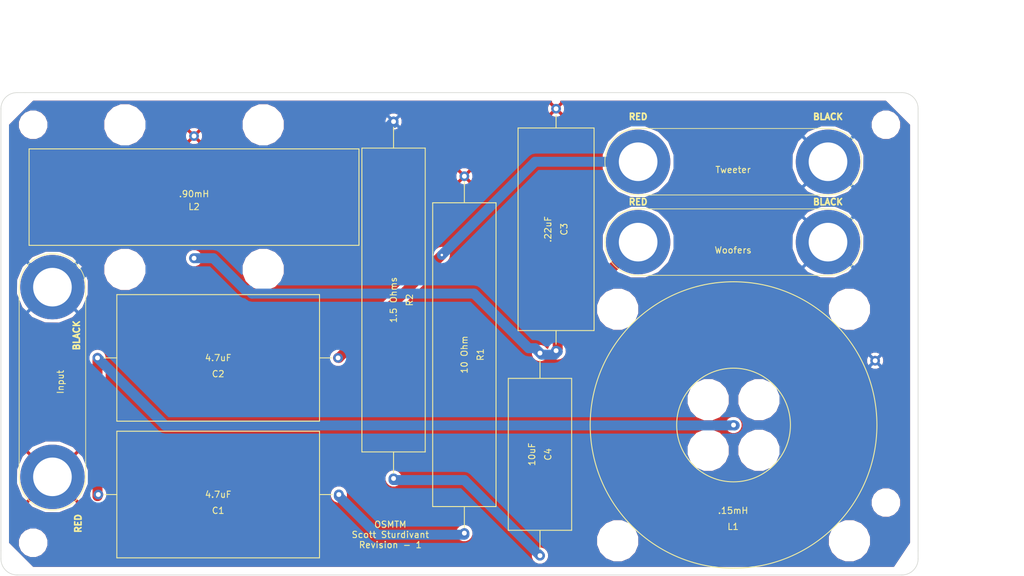
<source format=kicad_pcb>
(kicad_pcb (version 4) (host pcbnew 4.0.5)

  (general
    (links 15)
    (no_connects 0)
    (area 40.589999 54.559999 185.470001 130.860001)
    (thickness 1.6)
    (drawings 20)
    (tracks 44)
    (zones 0)
    (modules 15)
    (nets 8)
  )

  (page A4)
  (layers
    (0 F.Cu signal)
    (31 B.Cu signal)
    (32 B.Adhes user)
    (33 F.Adhes user)
    (34 B.Paste user)
    (35 F.Paste user)
    (36 B.SilkS user)
    (37 F.SilkS user)
    (38 B.Mask user)
    (39 F.Mask user)
    (40 Dwgs.User user)
    (41 Cmts.User user)
    (42 Eco1.User user)
    (43 Eco2.User user)
    (44 Edge.Cuts user)
    (45 Margin user)
    (46 B.CrtYd user)
    (47 F.CrtYd user)
    (48 B.Fab user)
    (49 F.Fab user)
  )

  (setup
    (last_trace_width 1.57)
    (trace_clearance 0.2)
    (zone_clearance 0.508)
    (zone_45_only no)
    (trace_min 1.5)
    (segment_width 0.2)
    (edge_width 0.1)
    (via_size 0.6)
    (via_drill 0.4)
    (via_min_size 0.6)
    (via_min_drill 0.3)
    (uvia_size 0.3)
    (uvia_drill 0.1)
    (uvias_allowed no)
    (uvia_min_size 0.2)
    (uvia_min_drill 0.1)
    (pcb_text_width 0.3)
    (pcb_text_size 1.5 1.5)
    (mod_edge_width 0.15)
    (mod_text_size 1 1)
    (mod_text_width 0.15)
    (pad_size 5 5)
    (pad_drill 3.2)
    (pad_to_mask_clearance 0)
    (aux_axis_origin 0 0)
    (visible_elements 7FFFFFFF)
    (pcbplotparams
      (layerselection 0x01030_80000001)
      (usegerberextensions false)
      (excludeedgelayer true)
      (linewidth 0.100000)
      (plotframeref false)
      (viasonmask false)
      (mode 1)
      (useauxorigin false)
      (hpglpennumber 1)
      (hpglpenspeed 20)
      (hpglpendiameter 15)
      (hpglpenoverlay 2)
      (psnegative false)
      (psa4output false)
      (plotreference true)
      (plotvalue true)
      (plotinvisibletext false)
      (padsonsilk false)
      (subtractmaskfromsilk false)
      (outputformat 1)
      (mirror false)
      (drillshape 0)
      (scaleselection 1)
      (outputdirectory ""))
  )

  (net 0 "")
  (net 1 "Net-(C1-Pad1)")
  (net 2 "Net-(C1-Pad2)")
  (net 3 "Net-(C2-Pad1)")
  (net 4 "Net-(C3-Pad1)")
  (net 5 "Net-(C4-Pad2)")
  (net 6 RED)
  (net 7 BLACK)

  (net_class Default "This is the default net class."
    (clearance 0.2)
    (trace_width 1.57)
    (via_dia 0.6)
    (via_drill 0.4)
    (uvia_dia 0.3)
    (uvia_drill 0.1)
  )

  (net_class Foo ""
    (clearance 0.2)
    (trace_width 1.57)
    (via_dia 0.6)
    (via_drill 0.4)
    (uvia_dia 0.3)
    (uvia_drill 0.1)
    (add_net BLACK)
    (add_net "Net-(C1-Pad1)")
    (add_net "Net-(C1-Pad2)")
    (add_net "Net-(C2-Pad1)")
    (add_net "Net-(C3-Pad1)")
    (add_net "Net-(C4-Pad2)")
    (add_net RED)
  )

  (module JantzenAudio0.15mhInductor (layer F.Cu) (tedit 5871D1BB) (tstamp 586F29B0)
    (at 156.2862 107.1245)
    (path /586E8626)
    (fp_text reference L1 (at -0.0762 16.0655) (layer F.SilkS)
      (effects (font (size 1 1) (thickness 0.15)))
    )
    (fp_text value .15mH (at -0.0762 13.5255) (layer F.SilkS)
      (effects (font (size 1 1) (thickness 0.15)))
    )
    (fp_circle (center 0 0) (end 6.35 6.35) (layer F.SilkS) (width 0.15))
    (fp_circle (center 0 0) (end 16.002 16.002) (layer F.SilkS) (width 0.15))
    (pad 1 thru_hole circle (at 0 0) (size 1.524 1.524) (drill 0.762) (layers *.Cu *.Mask)
      (net 1 "Net-(C1-Pad1)"))
    (pad "" np_thru_hole circle (at -18.288 -18.288) (size 5.5 5.5) (drill 5.5) (layers *.Cu *.Mask))
    (pad "" np_thru_hole circle (at 18.288 -18.288) (size 5.5 5.5) (drill 5.5) (layers *.Cu *.Mask))
    (pad "" np_thru_hole circle (at 18.288 18.288) (size 5.5 5.5) (drill 5.5) (layers *.Cu *.Mask))
    (pad "" np_thru_hole circle (at 4.0005 4.0005) (size 5.5 5.5) (drill 5.5) (layers *.Cu *.Mask))
    (pad 2 thru_hole circle (at 22.352 -10.16) (size 1.524 1.524) (drill 0.762) (layers *.Cu *.Mask)
      (net 7 BLACK))
    (pad "" np_thru_hole circle (at -4.0005 -4.0005) (size 5.5 5.5) (drill 5.5) (layers *.Cu *.Mask))
    (pad "" np_thru_hole circle (at -4.0005 4.0005) (size 5.5 5.5) (drill 5.5) (layers *.Cu *.Mask))
    (pad "" np_thru_hole circle (at -18.288 18.288) (size 5.5 5.5) (drill 5.5) (layers *.Cu *.Mask))
    (pad "" np_thru_hole circle (at 4.0005 -4.0005) (size 5.5 5.5) (drill 5.5) (layers *.Cu *.Mask))
  )

  (module Dayton10Ohm (layer F.Cu) (tedit 5871CDD3) (tstamp 586F29BE)
    (at 113.792 96.012 90)
    (path /586E7FB9)
    (fp_text reference R1 (at 0 2.54 90) (layer F.SilkS)
      (effects (font (size 1 1) (thickness 0.15)))
    )
    (fp_text value "10 Ohm" (at 0 0 90) (layer F.SilkS)
      (effects (font (size 1 1) (thickness 0.15)))
    )
    (fp_line (start -24.003 0) (end -27.305 0) (layer F.SilkS) (width 0.15))
    (fp_line (start 24.003 0) (end 27.305 0) (layer F.SilkS) (width 0.15))
    (fp_line (start 24 -5) (end 24 5) (layer F.SilkS) (width 0.15))
    (fp_line (start 24 5) (end -24 5) (layer F.SilkS) (width 0.15))
    (fp_line (start -24 5) (end -24 -5) (layer F.SilkS) (width 0.15))
    (fp_line (start -24 -5) (end 24 -5) (layer F.SilkS) (width 0.15))
    (pad 1 thru_hole circle (at -28.194 0 90) (size 1.524 1.524) (drill 0.762) (layers *.Cu *.Mask)
      (net 2 "Net-(C1-Pad2)"))
    (pad 2 thru_hole circle (at 28.194 0 90) (size 1.524 1.524) (drill 0.762) (layers *.Cu *.Mask)
      (net 6 RED))
    (model Resistors_ThroughHole.3dshapes/Resistor_Ceramic_Horizontal_L65mm-W16mm-H15mm-p80mm.wrl
      (at (xyz 0 0 0))
      (scale (xyz 2.77 2 1))
      (rotate (xyz 0 0 0))
    )
  )

  (module Dayton1.5Ohm (layer F.Cu) (tedit 5871CE68) (tstamp 586F29C4)
    (at 102.616 87.376 90)
    (path /586E8864)
    (fp_text reference R2 (at 0 2.54 90) (layer F.SilkS)
      (effects (font (size 1 1) (thickness 0.15)))
    )
    (fp_text value "1.5 Ohms" (at 0 0 90) (layer F.SilkS)
      (effects (font (size 1 1) (thickness 0.15)))
    )
    (fp_line (start -24.003 0) (end -27.305 0) (layer F.SilkS) (width 0.15))
    (fp_line (start 24.003 0) (end 27.305 0) (layer F.SilkS) (width 0.15))
    (fp_line (start 24 -5) (end 24 5) (layer F.SilkS) (width 0.15))
    (fp_line (start 24 5) (end -24 5) (layer F.SilkS) (width 0.15))
    (fp_line (start -24 5) (end -24 -5) (layer F.SilkS) (width 0.15))
    (fp_line (start -24 -5) (end 24 -5) (layer F.SilkS) (width 0.15))
    (pad 1 thru_hole circle (at -28.194 0 90) (size 1.524 1.524) (drill 0.762) (layers *.Cu *.Mask)
      (net 5 "Net-(C4-Pad2)"))
    (pad 2 thru_hole circle (at 28.194 0 90) (size 1.524 1.524) (drill 0.762) (layers *.Cu *.Mask)
      (net 7 BLACK))
    (model Resistors_ThroughHole.3dshapes/Resistor_Ceramic_Horizontal_L50mm-W14mm-H13mm-p60mm.wrl
      (at (xyz 0 0 0))
      (scale (xyz 3.7 2 1))
      (rotate (xyz 0 0 0))
    )
  )

  (module JantzenAudio90mHInductor (layer F.Cu) (tedit 5871C10F) (tstamp 586F29B8)
    (at 71.12 71.12)
    (path /586E88DB)
    (fp_text reference L2 (at 0 1.524) (layer F.SilkS)
      (effects (font (size 1 1) (thickness 0.15)))
    )
    (fp_text value .90mH (at 0 -0.5) (layer F.SilkS)
      (effects (font (size 1 1) (thickness 0.15)))
    )
    (fp_line (start -26.035 -7.62) (end 26.035 -7.62) (layer F.SilkS) (width 0.15))
    (fp_line (start 26.035 -7.62) (end 26.035 7.62) (layer F.SilkS) (width 0.15))
    (fp_line (start 26.035 7.62) (end -26.035 7.62) (layer F.SilkS) (width 0.15))
    (fp_line (start -26.035 7.62) (end -26.035 -7.62) (layer F.SilkS) (width 0.15))
    (pad 1 thru_hole circle (at 0 9.652) (size 1.524 1.524) (drill 0.762) (layers *.Cu *.Mask)
      (net 4 "Net-(C3-Pad1)"))
    (pad "" np_thru_hole circle (at -10.922 -11.43) (size 5.5 5.5) (drill 5.5) (layers *.Cu *.Mask))
    (pad 2 thru_hole circle (at 0 -9.652) (size 1.524 1.524) (drill 0.762) (layers *.Cu *.Mask)
      (net 6 RED))
    (pad "" np_thru_hole circle (at -10.922 11.43) (size 5.5 5.5) (drill 5.5) (layers *.Cu *.Mask))
    (pad "" np_thru_hole circle (at 10.922 -11.43) (size 5.5 5.5) (drill 5.5) (layers *.Cu *.Mask))
    (pad "" np_thru_hole circle (at 10.922 11.43) (size 5.5 5.5) (drill 5.5) (layers *.Cu *.Mask))
  )

  (module libraries:Dayton4.7uF (layer F.Cu) (tedit 5871C0E7) (tstamp 586F2988)
    (at 74.93 118.11)
    (path /586E85B0)
    (fp_text reference C1 (at 0 2.54) (layer F.SilkS)
      (effects (font (size 1 1) (thickness 0.15)))
    )
    (fp_text value 4.7uF (at 0 0) (layer F.SilkS)
      (effects (font (size 1 1) (thickness 0.15)))
    )
    (fp_line (start 16.002 0) (end 18.034 0) (layer F.SilkS) (width 0.15))
    (fp_line (start -16.002 0) (end -17.907 0) (layer F.SilkS) (width 0.15))
    (fp_line (start 16 -10) (end 16 10) (layer F.SilkS) (width 0.15))
    (fp_line (start 16 10) (end -16 10) (layer F.SilkS) (width 0.15))
    (fp_line (start -16 10) (end -16 -10) (layer F.SilkS) (width 0.15))
    (fp_line (start -16 -10) (end 16 -10) (layer F.SilkS) (width 0.15))
    (pad 1 thru_hole circle (at -18.923 0) (size 1.524 1.524) (drill 0.762) (layers *.Cu *.Mask)
      (net 1 "Net-(C1-Pad1)"))
    (pad 2 thru_hole circle (at 19.05 0) (size 1.524 1.524) (drill 0.762) (layers *.Cu *.Mask)
      (net 2 "Net-(C1-Pad2)"))
    (model Capacitors_ThroughHole.3dshapes/C_Axial_D16_L31_P38.wrl
      (at (xyz 0 0 0))
      (scale (xyz 1 1 1))
      (rotate (xyz 0 0 0))
    )
  )

  (module libraries:Dayton4.7uF (layer F.Cu) (tedit 5871C0FB) (tstamp 586F2994)
    (at 74.93 96.52 180)
    (path /586E85E3)
    (fp_text reference C2 (at 0 -2.54 180) (layer F.SilkS)
      (effects (font (size 1 1) (thickness 0.15)))
    )
    (fp_text value 4.7uF (at 0 0 180) (layer F.SilkS)
      (effects (font (size 1 1) (thickness 0.15)))
    )
    (fp_line (start 16.002 0) (end 18.034 0) (layer F.SilkS) (width 0.15))
    (fp_line (start -16.002 0) (end -17.907 0) (layer F.SilkS) (width 0.15))
    (fp_line (start 16 -10) (end 16 10) (layer F.SilkS) (width 0.15))
    (fp_line (start 16 10) (end -16 10) (layer F.SilkS) (width 0.15))
    (fp_line (start -16 10) (end -16 -10) (layer F.SilkS) (width 0.15))
    (fp_line (start -16 -10) (end 16 -10) (layer F.SilkS) (width 0.15))
    (pad 1 thru_hole circle (at -18.923 0 180) (size 1.524 1.524) (drill 0.762) (layers *.Cu *.Mask)
      (net 3 "Net-(C2-Pad1)"))
    (pad 2 thru_hole circle (at 19.05 0 180) (size 1.524 1.524) (drill 0.762) (layers *.Cu *.Mask)
      (net 1 "Net-(C1-Pad1)"))
    (model Capacitors_ThroughHole.3dshapes/C_Axial_D16_L31_P38.wrl
      (at (xyz 0 0 0))
      (scale (xyz 1 1 1))
      (rotate (xyz 0 0 0))
    )
  )

  (module libraries:Dayton0.22uF (layer F.Cu) (tedit 5871C15E) (tstamp 586F299C)
    (at 128.27 76.2 90)
    (path /586E8966)
    (fp_text reference C3 (at 0 1.27 90) (layer F.SilkS)
      (effects (font (size 1 1) (thickness 0.15)))
    )
    (fp_text value .22uF (at 0 -1.27 90) (layer F.SilkS)
      (effects (font (size 1 1) (thickness 0.15)))
    )
    (fp_line (start -16.002 0) (end -18.161 0) (layer F.SilkS) (width 0.15))
    (fp_line (start 16.002 0) (end 18.034 0) (layer F.SilkS) (width 0.15))
    (fp_line (start -16 -6) (end 16 -6) (layer F.SilkS) (width 0.15))
    (fp_line (start 16 -6) (end 16 6) (layer F.SilkS) (width 0.15))
    (fp_line (start 16 6) (end -16 6) (layer F.SilkS) (width 0.15))
    (fp_line (start -16 6) (end -16 -6) (layer F.SilkS) (width 0.15))
    (pad 1 thru_hole circle (at -19.177 0 90) (size 1.524 1.524) (drill 0.762) (layers *.Cu *.Mask)
      (net 4 "Net-(C3-Pad1)"))
    (pad 2 thru_hole circle (at 19.05 0 90) (size 1.524 1.524) (drill 0.762) (layers *.Cu *.Mask)
      (net 6 RED))
    (model Capacitors_ThroughHole.3dshapes/C_Axial_D13_L31_P38.wrl
      (at (xyz 0 0 0))
      (scale (xyz 1 1 1))
      (rotate (xyz 0 0 0))
    )
  )

  (module libraries:Dayton10uFNPE (layer F.Cu) (tedit 5871C14B) (tstamp 586F29A4)
    (at 125.73 111.76 270)
    (path /586E87FD)
    (fp_text reference C4 (at 0 -1.27 270) (layer F.SilkS)
      (effects (font (size 1 1) (thickness 0.15)))
    )
    (fp_text value 10uF (at 0 1.27 270) (layer F.SilkS)
      (effects (font (size 1 1) (thickness 0.15)))
    )
    (fp_line (start 12.065 0) (end 14.986 0) (layer F.SilkS) (width 0.15))
    (fp_line (start -12.065 0) (end -14.986 0) (layer F.SilkS) (width 0.15))
    (fp_line (start 12 -5) (end 12 5) (layer F.SilkS) (width 0.15))
    (fp_line (start 12 5) (end -12 5) (layer F.SilkS) (width 0.15))
    (fp_line (start -12 5) (end -12 -5) (layer F.SilkS) (width 0.15))
    (fp_line (start -12 -5) (end 12 -5) (layer F.SilkS) (width 0.15))
    (pad 1 thru_hole circle (at -16.002 0 270) (size 1.524 1.524) (drill 0.762) (layers *.Cu *.Mask)
      (net 4 "Net-(C3-Pad1)"))
    (pad 2 thru_hole circle (at 16.002 0 270) (size 1.524 1.524) (drill 0.762) (layers *.Cu *.Mask)
      (net 5 "Net-(C4-Pad2)"))
    (model Capacitors_ThroughHole.3dshapes/C_Axial_D8_L21_P28.wrl
      (at (xyz 0 0 0))
      (scale (xyz 1.142857142857143 1 1))
      (rotate (xyz 0 0 0))
    )
  )

  (module Mounting_Holes:MountingHole_3.5mm (layer F.Cu) (tedit 5871C192) (tstamp 586F31F8)
    (at 180.34 119.38)
    (descr "Mounting Hole 3.5mm, no annular")
    (tags "mounting hole 3.5mm no annular")
    (fp_text reference REF** (at 0 -4.5) (layer F.SilkS) hide
      (effects (font (size 1 1) (thickness 0.15)))
    )
    (fp_text value MountingHole_3.5mm (at 0 4.5) (layer F.Fab) hide
      (effects (font (size 1 1) (thickness 0.15)))
    )
    (fp_circle (center 0 0) (end 3.5 0) (layer Cmts.User) (width 0.15))
    (fp_circle (center 0 0) (end 3.75 0) (layer F.CrtYd) (width 0.05))
    (pad 1 np_thru_hole circle (at 0 0) (size 3.5 3.5) (drill 3.5) (layers *.Cu *.Mask))
  )

  (module Mounting_Holes:MountingHole_3.5mm (layer F.Cu) (tedit 5871C18C) (tstamp 586F325B)
    (at 180.34 59.69)
    (descr "Mounting Hole 3.5mm, no annular")
    (tags "mounting hole 3.5mm no annular")
    (fp_text reference REF** (at 0 -4.5) (layer F.SilkS) hide
      (effects (font (size 1 1) (thickness 0.15)))
    )
    (fp_text value MountingHole_3.5mm (at 0 4.5) (layer F.Fab) hide
      (effects (font (size 1 1) (thickness 0.15)))
    )
    (fp_circle (center 0 0) (end 3.5 0) (layer Cmts.User) (width 0.15))
    (fp_circle (center 0 0) (end 3.75 0) (layer F.CrtYd) (width 0.05))
    (pad 1 np_thru_hole circle (at 0 0) (size 3.5 3.5) (drill 3.5) (layers *.Cu *.Mask))
  )

  (module Mounting_Holes:MountingHole_3.5mm (layer F.Cu) (tedit 5871C189) (tstamp 586F3326)
    (at 45.72 59.69)
    (descr "Mounting Hole 3.5mm, no annular")
    (tags "mounting hole 3.5mm no annular")
    (fp_text reference REF** (at 0 -4.5) (layer F.SilkS) hide
      (effects (font (size 1 1) (thickness 0.15)))
    )
    (fp_text value MountingHole_3.5mm (at 0 4.5) (layer F.Fab) hide
      (effects (font (size 1 1) (thickness 0.15)))
    )
    (fp_circle (center 0 0) (end 3.5 0) (layer Cmts.User) (width 0.15))
    (fp_circle (center 0 0) (end 3.75 0) (layer F.CrtYd) (width 0.05))
    (pad 1 np_thru_hole circle (at 0 0) (size 3.5 3.5) (drill 3.5) (layers *.Cu *.Mask))
  )

  (module Mounting_Holes:MountingHole_3.5mm (layer F.Cu) (tedit 5871C184) (tstamp 586F3342)
    (at 45.72 125.73)
    (descr "Mounting Hole 3.5mm, no annular")
    (tags "mounting hole 3.5mm no annular")
    (fp_text reference REF** (at 0 -4.5) (layer F.SilkS) hide
      (effects (font (size 1 1) (thickness 0.15)))
    )
    (fp_text value MountingHole_3.5mm (at 0 4.5) (layer F.Fab) hide
      (effects (font (size 1 1) (thickness 0.15)))
    )
    (fp_circle (center 0 0) (end 3.5 0) (layer Cmts.User) (width 0.15))
    (fp_circle (center 0 0) (end 3.75 0) (layer F.CrtYd) (width 0.05))
    (pad 1 np_thru_hole circle (at 0 0) (size 3.5 3.5) (drill 3.5) (layers *.Cu *.Mask))
  )

  (module Connectors:Banana_Jack_2Pin (layer F.Cu) (tedit 5871D336) (tstamp 5871CAFB)
    (at 48.768 115.316 90)
    (descr "Dual banana socket, footprint - 2 x 6mm drills")
    (tags "banana socket")
    (path /586F04C1)
    (fp_text reference Input (at 14.99 1.27 90) (layer F.SilkS)
      (effects (font (size 1 1) (thickness 0.15)))
    )
    (fp_text value Screw_Terminal_1x02 (at 14.99 -1.27 90) (layer F.Fab) hide
      (effects (font (size 1 1) (thickness 0.15)))
    )
    (fp_line (start 30 -5.5) (end 0 -5.5) (layer F.CrtYd) (width 0.05))
    (fp_line (start 0 5.5) (end 30 5.5) (layer F.CrtYd) (width 0.05))
    (fp_arc (start 0 0) (end 0 5.5) (angle 180) (layer F.CrtYd) (width 0.05))
    (fp_arc (start 30 0) (end 30 -5.5) (angle 180) (layer F.CrtYd) (width 0.05))
    (fp_line (start 0 5.25) (end 30 5.25) (layer F.SilkS) (width 0.12))
    (fp_line (start 30 -5.25) (end 0 -5.25) (layer F.SilkS) (width 0.12))
    (fp_arc (start 30 0) (end 30 -5.25) (angle 180) (layer F.SilkS) (width 0.12))
    (fp_arc (start 0 0) (end 0 5.25) (angle 180) (layer F.SilkS) (width 0.12))
    (fp_circle (center 30 0) (end 32 0) (layer F.Fab) (width 0.05))
    (fp_circle (center 0 0) (end 2 0) (layer F.Fab) (width 0.05))
    (fp_circle (center 0 0) (end 4.75 0) (layer F.Fab) (width 0.05))
    (fp_circle (center 30 0) (end 34.75 0) (layer F.Fab) (width 0.05))
    (pad 1 thru_hole circle (at 0 0 90) (size 10.16 10.16) (drill 6.1) (layers *.Cu *.Mask)
      (net 6 RED))
    (pad 2 thru_hole circle (at 29.97 0 90) (size 10.16 10.16) (drill 6.1) (layers *.Cu *.Mask)
      (net 7 BLACK))
    (model Connect.3dshapes/Banana_Jack_2Pin.wrl
      (at (xyz 0.5905511811023623 0 0))
      (scale (xyz 2 2 2))
      (rotate (xyz 0 0 0))
    )
  )

  (module Connectors:Banana_Jack_2Pin (layer F.Cu) (tedit 5871D315) (tstamp 5871CB01)
    (at 141.224 65.532)
    (descr "Dual banana socket, footprint - 2 x 6mm drills")
    (tags "banana socket")
    (path /586E8677)
    (fp_text reference Tweeter (at 14.99 1.27) (layer F.SilkS)
      (effects (font (size 1 1) (thickness 0.15)))
    )
    (fp_text value Speaker (at 14.99 -1.27) (layer F.Fab)
      (effects (font (size 1 1) (thickness 0.15)))
    )
    (fp_line (start 30 -5.5) (end 0 -5.5) (layer F.CrtYd) (width 0.05))
    (fp_line (start 0 5.5) (end 30 5.5) (layer F.CrtYd) (width 0.05))
    (fp_arc (start 0 0) (end 0 5.5) (angle 180) (layer F.CrtYd) (width 0.05))
    (fp_arc (start 30 0) (end 30 -5.5) (angle 180) (layer F.CrtYd) (width 0.05))
    (fp_line (start 0 5.25) (end 30 5.25) (layer F.SilkS) (width 0.12))
    (fp_line (start 30 -5.25) (end 0 -5.25) (layer F.SilkS) (width 0.12))
    (fp_arc (start 30 0) (end 30 -5.25) (angle 180) (layer F.SilkS) (width 0.12))
    (fp_arc (start 0 0) (end 0 5.25) (angle 180) (layer F.SilkS) (width 0.12))
    (fp_circle (center 30 0) (end 32 0) (layer F.Fab) (width 0.05))
    (fp_circle (center 0 0) (end 2 0) (layer F.Fab) (width 0.05))
    (fp_circle (center 0 0) (end 4.75 0) (layer F.Fab) (width 0.05))
    (fp_circle (center 30 0) (end 34.75 0) (layer F.Fab) (width 0.05))
    (pad 1 thru_hole circle (at 0 0) (size 10.16 10.16) (drill 6.1) (layers *.Cu *.Mask)
      (net 3 "Net-(C2-Pad1)"))
    (pad 2 thru_hole circle (at 29.97 0) (size 10.16 10.16) (drill 6.1) (layers *.Cu *.Mask)
      (net 7 BLACK))
    (model Connect.3dshapes/Banana_Jack_2Pin.wrl
      (at (xyz 0.5905511811023623 0 0))
      (scale (xyz 2 2 2))
      (rotate (xyz 0 0 0))
    )
  )

  (module Connectors:Banana_Jack_2Pin (layer F.Cu) (tedit 5871D31B) (tstamp 5871CB07)
    (at 141.224 78.232)
    (descr "Dual banana socket, footprint - 2 x 6mm drills")
    (tags "banana socket")
    (path /586E86E5)
    (fp_text reference Woofers (at 14.99 1.27) (layer F.SilkS)
      (effects (font (size 1 1) (thickness 0.15)))
    )
    (fp_text value Speaker (at 14.99 -1.27) (layer F.Fab)
      (effects (font (size 1 1) (thickness 0.15)))
    )
    (fp_line (start 30 -5.5) (end 0 -5.5) (layer F.CrtYd) (width 0.05))
    (fp_line (start 0 5.5) (end 30 5.5) (layer F.CrtYd) (width 0.05))
    (fp_arc (start 0 0) (end 0 5.5) (angle 180) (layer F.CrtYd) (width 0.05))
    (fp_arc (start 30 0) (end 30 -5.5) (angle 180) (layer F.CrtYd) (width 0.05))
    (fp_line (start 0 5.25) (end 30 5.25) (layer F.SilkS) (width 0.12))
    (fp_line (start 30 -5.25) (end 0 -5.25) (layer F.SilkS) (width 0.12))
    (fp_arc (start 30 0) (end 30 -5.25) (angle 180) (layer F.SilkS) (width 0.12))
    (fp_arc (start 0 0) (end 0 5.25) (angle 180) (layer F.SilkS) (width 0.12))
    (fp_circle (center 30 0) (end 32 0) (layer F.Fab) (width 0.05))
    (fp_circle (center 0 0) (end 2 0) (layer F.Fab) (width 0.05))
    (fp_circle (center 0 0) (end 4.75 0) (layer F.Fab) (width 0.05))
    (fp_circle (center 30 0) (end 34.75 0) (layer F.Fab) (width 0.05))
    (pad 1 thru_hole circle (at 0 0) (size 10.16 10.16) (drill 6.1) (layers *.Cu *.Mask)
      (net 4 "Net-(C3-Pad1)"))
    (pad 2 thru_hole circle (at 29.97 0) (size 10.16 10.16) (drill 6.1) (layers *.Cu *.Mask)
      (net 7 BLACK))
    (model Connect.3dshapes/Banana_Jack_2Pin.wrl
      (at (xyz 0.5905511811023623 0 0))
      (scale (xyz 2 2 2))
      (rotate (xyz 0 0 0))
    )
  )

  (gr_text BLACK (at 52.578 92.964 90) (layer F.SilkS)
    (effects (font (size 1 1) (thickness 0.25)))
  )
  (gr_text RED (at 52.832 122.682 90) (layer F.SilkS)
    (effects (font (size 1 1) (thickness 0.25)))
  )
  (gr_text BLACK (at 171.196 71.882) (layer F.SilkS)
    (effects (font (size 1 1) (thickness 0.25)))
  )
  (gr_text BLACK (at 171.196 58.42) (layer F.SilkS)
    (effects (font (size 1 1) (thickness 0.25)))
  )
  (gr_text RED (at 141.224 71.882) (layer F.SilkS)
    (effects (font (size 1 1) (thickness 0.25)))
  )
  (gr_text RED (at 141.224 58.42) (layer F.SilkS)
    (effects (font (size 1 1) (thickness 0.25)))
  )
  (gr_line (start 40.64 57.15) (end 40.64 127) (angle 90) (layer Edge.Cuts) (width 0.1))
  (gr_line (start 185.42 57.15) (end 185.42 127) (angle 90) (layer Edge.Cuts) (width 0.1))
  (gr_line (start 182.88 130.81) (end 43.18 130.81) (angle 90) (layer Edge.Cuts) (width 0.1))
  (gr_line (start 182.88 54.61) (end 44.45 54.61) (angle 90) (layer Edge.Cuts) (width 0.1))
  (dimension 76.2 (width 0.3) (layer Eco1.User)
    (gr_text "3.0000 in" (at 199.47 92.71 90) (layer Eco1.User)
      (effects (font (size 1.5 1.5) (thickness 0.3)))
    )
    (feature1 (pts (xy 195.58 54.61) (xy 200.82 54.61)))
    (feature2 (pts (xy 195.58 130.81) (xy 200.82 130.81)))
    (crossbar (pts (xy 198.12 130.81) (xy 198.12 54.61)))
    (arrow1a (pts (xy 198.12 54.61) (xy 198.706421 55.736504)))
    (arrow1b (pts (xy 198.12 54.61) (xy 197.533579 55.736504)))
    (arrow2a (pts (xy 198.12 130.81) (xy 198.706421 129.683496)))
    (arrow2b (pts (xy 198.12 130.81) (xy 197.533579 129.683496)))
  )
  (dimension 144.78 (width 0.3) (layer Eco1.User)
    (gr_text "5.7000 in" (at 113.03 41.83) (layer Eco1.User)
      (effects (font (size 1.5 1.5) (thickness 0.3)))
    )
    (feature1 (pts (xy 185.42 45.72) (xy 185.42 40.48)))
    (feature2 (pts (xy 40.64 45.72) (xy 40.64 40.48)))
    (crossbar (pts (xy 40.64 43.18) (xy 185.42 43.18)))
    (arrow1a (pts (xy 185.42 43.18) (xy 184.293496 43.766421)))
    (arrow1b (pts (xy 185.42 43.18) (xy 184.293496 42.593579)))
    (arrow2a (pts (xy 40.64 43.18) (xy 41.766504 43.766421)))
    (arrow2b (pts (xy 40.64 43.18) (xy 41.766504 42.593579)))
  )
  (gr_text "OSMTM\nScott Sturdivant\nRevision - 1" (at 102.108 124.46) (layer F.SilkS)
    (effects (font (size 1 1) (thickness 0.15)))
  )
  (gr_arc (start 43.18 57.15) (end 40.64 57.15) (angle 90) (layer Edge.Cuts) (width 0.1))
  (gr_arc (start 43.18 128.27) (end 43.18 130.81) (angle 90) (layer Edge.Cuts) (width 0.1))
  (gr_arc (start 182.88 128.27) (end 185.42 128.27) (angle 90) (layer Edge.Cuts) (width 0.1))
  (gr_arc (start 182.88 57.15) (end 182.88 54.61) (angle 90) (layer Edge.Cuts) (width 0.1))
  (gr_line (start 43.18 54.61) (end 44.45 54.61) (angle 90) (layer Edge.Cuts) (width 0.1))
  (gr_line (start 40.64 127) (end 40.64 128.27) (angle 90) (layer Edge.Cuts) (width 0.1))
  (gr_line (start 185.42 127) (end 185.42 128.27) (angle 90) (layer Edge.Cuts) (width 0.1))

  (segment (start 55.88 96.52) (end 66.548 107.188) (width 1.57) (layer B.Cu) (net 1) (status 80000))
  (segment (start 66.548 107.188) (end 156.464 107.188) (width 1.57) (layer B.Cu) (net 1) (status 80000))
  (segment (start 156.464 107.188) (end 156.2862 107.1245) (width 1.57) (layer B.Cu) (net 1) (tstamp 5871D23B) (status 80000))
  (segment (start 56.007 118.11) (end 55.88 118.364) (width 1.57) (layer F.Cu) (net 1) (status 80000))
  (segment (start 55.88 118.364) (end 55.88 96.52) (width 1.57) (layer F.Cu) (net 1) (status 80000))
  (segment (start 93.98 118.11) (end 93.98 118.364) (width 1.57) (layer B.Cu) (net 2) (status 80000))
  (segment (start 93.98 118.364) (end 100.076 124.46) (width 1.57) (layer B.Cu) (net 2) (status 80000))
  (segment (start 100.076 124.46) (end 113.792 124.46) (width 1.57) (layer B.Cu) (net 2) (status 80000))
  (segment (start 113.792 124.46) (end 113.792 124.206) (width 1.57) (layer B.Cu) (net 2) (tstamp 5871CFA8) (status 80000))
  (segment (start 93.853 96.52) (end 93.98 96.52) (width 1.57) (layer F.Cu) (net 3) (status 80000))
  (segment (start 93.98 96.52) (end 110.236 80.264) (width 1.57) (layer F.Cu) (net 3) (status 80000))
  (via (at 110.236 80.264) (size 0.6) (layers F.Cu B.Cu) (net 3) (status 80000))
  (segment (start 110.236 80.264) (end 124.968 65.532) (width 1.57) (layer B.Cu) (net 3) (status 80000))
  (segment (start 124.968 65.532) (end 141.224 65.532) (width 1.57) (layer B.Cu) (net 3) (status 80000))
  (segment (start 128.27 95.377) (end 128.524 95.123) (width 1.57) (layer F.Cu) (net 4))
  (segment (start 128.524 95.123) (end 128.524 90.932) (width 1.57) (layer F.Cu) (net 4) (tstamp 5871D4F1))
  (segment (start 128.524 90.932) (end 141.224 78.232) (width 1.57) (layer F.Cu) (net 4) (tstamp 5871D4F9))
  (segment (start 125.73 95.758) (end 124.968 94.996) (width 1.57) (layer B.Cu) (net 4) (status 80000))
  (segment (start 124.968 94.996) (end 123.952 94.996) (width 1.57) (layer B.Cu) (net 4) (status 80000))
  (segment (start 123.952 94.996) (end 115.316 86.36) (width 1.57) (layer B.Cu) (net 4) (status 80000))
  (segment (start 115.316 86.36) (end 80.264 86.36) (width 1.57) (layer B.Cu) (net 4) (status 80000))
  (segment (start 80.264 86.36) (end 79.756 85.852) (width 1.57) (layer B.Cu) (net 4) (status 80000))
  (segment (start 79.756 85.852) (end 79.248 85.852) (width 1.57) (layer B.Cu) (net 4) (status 80000))
  (segment (start 79.248 85.852) (end 74.168 80.772) (width 1.57) (layer B.Cu) (net 4) (status 80000))
  (segment (start 74.168 80.772) (end 71.12 80.772) (width 1.57) (layer B.Cu) (net 4) (status 80000))
  (segment (start 128.27 95.377) (end 128.524 95.504) (width 1.57) (layer F.Cu) (net 4) (status 80000))
  (segment (start 141.224 79.756) (end 141.224 78.232) (width 1.57) (layer F.Cu) (net 4) (status 80000))
  (segment (start 128.27 95.377) (end 128.524 95.504) (width 1.57) (layer B.Cu) (net 4) (status 80000))
  (segment (start 128.524 95.504) (end 128.016 96.012) (width 1.57) (layer B.Cu) (net 4) (status 80000))
  (segment (start 128.016 96.012) (end 125.984 96.012) (width 1.57) (layer B.Cu) (net 4) (status 80000))
  (segment (start 125.984 96.012) (end 125.73 95.758) (width 1.57) (layer B.Cu) (net 4) (tstamp 5871CFA7) (status 80000))
  (segment (start 125.73 127.762) (end 113.792 115.824) (width 1.57) (layer B.Cu) (net 5) (status 80000))
  (segment (start 113.792 115.824) (end 102.616 115.824) (width 1.57) (layer B.Cu) (net 5) (status 80000))
  (segment (start 102.616 115.824) (end 102.616 115.57) (width 1.57) (layer B.Cu) (net 5) (tstamp 5871CFA9) (status 80000))
  (segment (start 74.168 75.692) (end 83.82 75.692) (width 1.57) (layer B.Cu) (net 7))
  (segment (start 51.308 85.344) (end 57.404 79.248) (width 1.57) (layer B.Cu) (net 7) (status 80000))
  (segment (start 60.96 76.2) (end 57.404 79.248) (width 1.57) (layer B.Cu) (net 7) (status 80000))
  (segment (start 61.468 75.692) (end 60.96 76.2) (width 1.57) (layer B.Cu) (net 7) (status 80000))
  (segment (start 74.168 75.692) (end 61.468 75.692) (width 1.57) (layer B.Cu) (net 7) (status 80000))
  (segment (start 86.106 75.692) (end 102.616 59.182) (width 1.57) (layer B.Cu) (net 7) (tstamp 5871D3D5))
  (segment (start 83.82 75.692) (end 86.106 75.692) (width 1.57) (layer B.Cu) (net 7) (tstamp 5871D3C9))
  (segment (start 102.616 59.182) (end 102.616 59.436) (width 1.57) (layer B.Cu) (net 7) (status 80000))
  (segment (start 51.308 85.344) (end 48.768 85.344) (width 1.57) (layer B.Cu) (net 7) (status 80000))
  (segment (start 48.768 85.344) (end 48.768 85.346) (width 1.57) (layer B.Cu) (net 7) (tstamp 5871CFAA) (status 80000))

  (zone (net 6) (net_name RED) (layer F.Cu) (tstamp 5871C364) (hatch edge 0.508)
    (connect_pads (clearance 0.508))
    (min_thickness 0.254)
    (fill yes (arc_segments 16) (thermal_gap 0.508) (thermal_bridge_width 0.508))
    (polygon
      (pts
        (xy 184.15 59.69) (xy 184.15 125.73) (xy 181.61 129.54) (xy 45.72 129.54) (xy 41.91 125.73)
        (xy 41.91 59.69) (xy 45.72 55.88) (xy 180.34 55.88)
      )
    )
    (filled_polygon
      (pts
        (xy 127.469392 56.169787) (xy 128.27 56.970395) (xy 129.070608 56.169787) (xy 129.023916 56.007) (xy 180.287394 56.007)
        (xy 184.023 59.742606) (xy 184.023 125.691548) (xy 181.542032 129.413) (xy 45.772606 129.413) (xy 42.561931 126.202325)
        (xy 43.334587 126.202325) (xy 43.696916 127.079229) (xy 44.367242 127.750726) (xy 45.243513 128.114585) (xy 46.192325 128.115413)
        (xy 46.378079 128.038661) (xy 124.332758 128.038661) (xy 124.54499 128.552303) (xy 124.93763 128.945629) (xy 125.4509 129.158757)
        (xy 126.006661 129.159242) (xy 126.520303 128.94701) (xy 126.913629 128.55437) (xy 127.126757 128.0411) (xy 127.127242 127.485339)
        (xy 126.91501 126.971697) (xy 126.52237 126.578371) (xy 126.0091 126.365243) (xy 125.453339 126.364758) (xy 124.939697 126.57699)
        (xy 124.546371 126.96963) (xy 124.333243 127.4829) (xy 124.332758 128.038661) (xy 46.378079 128.038661) (xy 47.069229 127.753084)
        (xy 47.740726 127.082758) (xy 48.104585 126.206487) (xy 48.104692 126.082864) (xy 134.612614 126.082864) (xy 135.126863 127.327443)
        (xy 136.078248 128.28049) (xy 137.321928 128.796911) (xy 138.668564 128.798086) (xy 139.913143 128.283837) (xy 140.86619 127.332452)
        (xy 141.382611 126.088772) (xy 141.382616 126.082864) (xy 171.188614 126.082864) (xy 171.702863 127.327443) (xy 172.654248 128.28049)
        (xy 173.897928 128.796911) (xy 175.244564 128.798086) (xy 176.489143 128.283837) (xy 177.44219 127.332452) (xy 177.958611 126.088772)
        (xy 177.959786 124.742136) (xy 177.445537 123.497557) (xy 176.494152 122.54451) (xy 175.250472 122.028089) (xy 173.903836 122.026914)
        (xy 172.659257 122.541163) (xy 171.70621 123.492548) (xy 171.189789 124.736228) (xy 171.188614 126.082864) (xy 141.382616 126.082864)
        (xy 141.383786 124.742136) (xy 140.869537 123.497557) (xy 139.918152 122.54451) (xy 138.674472 122.028089) (xy 137.327836 122.026914)
        (xy 136.083257 122.541163) (xy 135.13021 123.492548) (xy 134.613789 124.736228) (xy 134.612614 126.082864) (xy 48.104692 126.082864)
        (xy 48.105413 125.257675) (xy 47.785185 124.482661) (xy 112.394758 124.482661) (xy 112.60699 124.996303) (xy 112.99963 125.389629)
        (xy 113.5129 125.602757) (xy 114.068661 125.603242) (xy 114.582303 125.39101) (xy 114.975629 124.99837) (xy 115.188757 124.4851)
        (xy 115.189242 123.929339) (xy 114.97701 123.415697) (xy 114.58437 123.022371) (xy 114.0711 122.809243) (xy 113.515339 122.808758)
        (xy 113.001697 123.02099) (xy 112.608371 123.41363) (xy 112.395243 123.9269) (xy 112.394758 124.482661) (xy 47.785185 124.482661)
        (xy 47.743084 124.380771) (xy 47.072758 123.709274) (xy 46.196487 123.345415) (xy 45.247675 123.344587) (xy 44.370771 123.706916)
        (xy 43.699274 124.377242) (xy 43.335415 125.253513) (xy 43.334587 126.202325) (xy 42.561931 126.202325) (xy 42.037 125.677394)
        (xy 42.037 119.412828) (xy 44.850777 119.412828) (xy 45.446556 120.103641) (xy 47.531537 121.010265) (xy 49.804758 121.049989)
        (xy 51.920142 120.216765) (xy 52.089444 120.103641) (xy 52.306186 119.852325) (xy 177.954587 119.852325) (xy 178.316916 120.729229)
        (xy 178.987242 121.400726) (xy 179.863513 121.764585) (xy 180.812325 121.765413) (xy 181.689229 121.403084) (xy 182.360726 120.732758)
        (xy 182.724585 119.856487) (xy 182.725413 118.907675) (xy 182.363084 118.030771) (xy 181.692758 117.359274) (xy 180.816487 116.995415)
        (xy 179.867675 116.994587) (xy 178.990771 117.356916) (xy 178.319274 118.027242) (xy 177.955415 118.903513) (xy 177.954587 119.852325)
        (xy 52.306186 119.852325) (xy 52.685223 119.412828) (xy 48.768 115.495605) (xy 44.850777 119.412828) (xy 42.037 119.412828)
        (xy 42.037 116.352758) (xy 43.034011 116.352758) (xy 43.867235 118.468142) (xy 43.980359 118.637444) (xy 44.671172 119.233223)
        (xy 48.588395 115.316) (xy 48.947605 115.316) (xy 52.864828 119.233223) (xy 53.555641 118.637444) (xy 54.46 116.557672)
        (xy 54.46 118.364) (xy 54.504402 118.587226) (xy 54.532869 118.813044) (xy 54.558138 118.857372) (xy 54.568091 118.90741)
        (xy 54.694539 119.096653) (xy 54.807256 119.294387) (xy 54.847561 119.325668) (xy 54.875908 119.368092) (xy 55.065154 119.494542)
        (xy 55.244957 119.634087) (xy 55.294168 119.647563) (xy 55.33659 119.675909) (xy 55.55982 119.720312) (xy 55.779337 119.780427)
        (xy 55.829957 119.774046) (xy 55.88 119.784) (xy 56.103226 119.739598) (xy 56.329044 119.711131) (xy 56.373372 119.685862)
        (xy 56.42341 119.675909) (xy 56.612653 119.549461) (xy 56.810387 119.436744) (xy 56.841668 119.396439) (xy 56.884092 119.368092)
        (xy 57.010542 119.178846) (xy 57.150087 118.999043) (xy 57.277087 118.745043) (xy 57.318015 118.59559) (xy 57.403757 118.3891)
        (xy 57.403759 118.386661) (xy 92.582758 118.386661) (xy 92.79499 118.900303) (xy 93.18763 119.293629) (xy 93.7009 119.506757)
        (xy 94.256661 119.507242) (xy 94.770303 119.29501) (xy 95.163629 118.90237) (xy 95.376757 118.3891) (xy 95.377242 117.833339)
        (xy 95.16501 117.319697) (xy 94.77237 116.926371) (xy 94.2591 116.713243) (xy 93.703339 116.712758) (xy 93.189697 116.92499)
        (xy 92.796371 117.31763) (xy 92.583243 117.8309) (xy 92.582758 118.386661) (xy 57.403759 118.386661) (xy 57.40385 118.282153)
        (xy 57.423428 118.210663) (xy 57.404047 118.05692) (xy 57.404242 117.833339) (xy 57.363402 117.734498) (xy 57.354131 117.660956)
        (xy 57.3 117.565997) (xy 57.3 115.846661) (xy 101.218758 115.846661) (xy 101.43099 116.360303) (xy 101.82363 116.753629)
        (xy 102.3369 116.966757) (xy 102.892661 116.967242) (xy 103.406303 116.75501) (xy 103.799629 116.36237) (xy 104.012757 115.8491)
        (xy 104.013242 115.293339) (xy 103.80101 114.779697) (xy 103.40837 114.386371) (xy 102.8951 114.173243) (xy 102.339339 114.172758)
        (xy 101.825697 114.38499) (xy 101.432371 114.77763) (xy 101.219243 115.2909) (xy 101.218758 115.846661) (xy 57.3 115.846661)
        (xy 57.3 111.795364) (xy 148.900114 111.795364) (xy 149.414363 113.039943) (xy 150.365748 113.99299) (xy 151.609428 114.509411)
        (xy 152.956064 114.510586) (xy 154.200643 113.996337) (xy 155.15369 113.044952) (xy 155.670111 111.801272) (xy 155.670116 111.795364)
        (xy 156.901114 111.795364) (xy 157.415363 113.039943) (xy 158.366748 113.99299) (xy 159.610428 114.509411) (xy 160.957064 114.510586)
        (xy 162.201643 113.996337) (xy 163.15469 113.044952) (xy 163.671111 111.801272) (xy 163.672286 110.454636) (xy 163.158037 109.210057)
        (xy 162.206652 108.25701) (xy 160.962972 107.740589) (xy 159.616336 107.739414) (xy 158.371757 108.253663) (xy 157.41871 109.205048)
        (xy 156.902289 110.448728) (xy 156.901114 111.795364) (xy 155.670116 111.795364) (xy 155.671286 110.454636) (xy 155.157037 109.210057)
        (xy 154.205652 108.25701) (xy 152.961972 107.740589) (xy 151.615336 107.739414) (xy 150.370757 108.253663) (xy 149.41771 109.205048)
        (xy 148.901289 110.448728) (xy 148.900114 111.795364) (xy 57.3 111.795364) (xy 57.3 107.401161) (xy 154.888958 107.401161)
        (xy 155.10119 107.914803) (xy 155.49383 108.308129) (xy 156.0071 108.521257) (xy 156.562861 108.521742) (xy 157.076503 108.30951)
        (xy 157.469829 107.91687) (xy 157.682957 107.4036) (xy 157.683442 106.847839) (xy 157.47121 106.334197) (xy 157.07857 105.940871)
        (xy 156.5653 105.727743) (xy 156.009539 105.727258) (xy 155.495897 105.93949) (xy 155.102571 106.33213) (xy 154.889443 106.8454)
        (xy 154.888958 107.401161) (xy 57.3 107.401161) (xy 57.3 103.794364) (xy 148.900114 103.794364) (xy 149.414363 105.038943)
        (xy 150.365748 105.99199) (xy 151.609428 106.508411) (xy 152.956064 106.509586) (xy 154.200643 105.995337) (xy 155.15369 105.043952)
        (xy 155.670111 103.800272) (xy 155.670116 103.794364) (xy 156.901114 103.794364) (xy 157.415363 105.038943) (xy 158.366748 105.99199)
        (xy 159.610428 106.508411) (xy 160.957064 106.509586) (xy 162.201643 105.995337) (xy 163.15469 105.043952) (xy 163.671111 103.800272)
        (xy 163.672286 102.453636) (xy 163.158037 101.209057) (xy 162.206652 100.25601) (xy 160.962972 99.739589) (xy 159.616336 99.738414)
        (xy 158.371757 100.252663) (xy 157.41871 101.204048) (xy 156.902289 102.447728) (xy 156.901114 103.794364) (xy 155.670116 103.794364)
        (xy 155.671286 102.453636) (xy 155.157037 101.209057) (xy 154.205652 100.25601) (xy 152.961972 99.739589) (xy 151.615336 99.738414)
        (xy 150.370757 100.252663) (xy 149.41771 101.204048) (xy 148.901289 102.447728) (xy 148.900114 103.794364) (xy 57.3 103.794364)
        (xy 57.3 96.52) (xy 92.433 96.52) (xy 92.455899 96.635121) (xy 92.455758 96.796661) (xy 92.51799 96.947275)
        (xy 92.541091 97.06341) (xy 92.606301 97.161004) (xy 92.66799 97.310303) (xy 92.783122 97.425636) (xy 92.848908 97.524092)
        (xy 92.946503 97.589303) (xy 93.06063 97.703629) (xy 93.211137 97.766125) (xy 93.30959 97.831909) (xy 93.424709 97.854808)
        (xy 93.5739 97.916757) (xy 93.736865 97.916899) (xy 93.853 97.94) (xy 93.979995 97.94) (xy 93.98 97.940001)
        (xy 94.09457 97.917211) (xy 94.129661 97.917242) (xy 94.162379 97.903723) (xy 94.523411 97.831909) (xy 94.984092 97.524092)
        (xy 95.267022 97.241161) (xy 177.240958 97.241161) (xy 177.45319 97.754803) (xy 177.84583 98.148129) (xy 178.3591 98.361257)
        (xy 178.914861 98.361742) (xy 179.428503 98.14951) (xy 179.821829 97.75687) (xy 180.034957 97.2436) (xy 180.035442 96.687839)
        (xy 179.82321 96.174197) (xy 179.43057 95.780871) (xy 178.9173 95.567743) (xy 178.361539 95.567258) (xy 177.847897 95.77949)
        (xy 177.454571 96.17213) (xy 177.241443 96.6854) (xy 177.240958 97.241161) (xy 95.267022 97.241161) (xy 96.473522 96.034661)
        (xy 124.332758 96.034661) (xy 124.54499 96.548303) (xy 124.93763 96.941629) (xy 125.4509 97.154757) (xy 126.006661 97.155242)
        (xy 126.520303 96.94301) (xy 126.913629 96.55037) (xy 127.078856 96.152458) (xy 127.08499 96.167303) (xy 127.160549 96.242994)
        (xy 127.197256 96.307387) (xy 127.237561 96.338668) (xy 127.265908 96.381092) (xy 127.363504 96.446303) (xy 127.47763 96.560629)
        (xy 127.576403 96.601643) (xy 127.634957 96.647087) (xy 127.888957 96.774087) (xy 128.423337 96.920428) (xy 128.973044 96.851131)
        (xy 129.454387 96.576744) (xy 129.794087 96.139043) (xy 129.940428 95.604663) (xy 129.904648 95.320835) (xy 129.944 95.123)
        (xy 129.944 91.520184) (xy 131.957319 89.506864) (xy 134.612614 89.506864) (xy 135.126863 90.751443) (xy 136.078248 91.70449)
        (xy 137.321928 92.220911) (xy 138.668564 92.222086) (xy 139.913143 91.707837) (xy 140.86619 90.756452) (xy 141.382611 89.512772)
        (xy 141.382616 89.506864) (xy 171.188614 89.506864) (xy 171.702863 90.751443) (xy 172.654248 91.70449) (xy 173.897928 92.220911)
        (xy 175.244564 92.222086) (xy 176.489143 91.707837) (xy 177.44219 90.756452) (xy 177.958611 89.512772) (xy 177.959786 88.166136)
        (xy 177.445537 86.921557) (xy 176.494152 85.96851) (xy 175.250472 85.452089) (xy 173.903836 85.450914) (xy 172.659257 85.965163)
        (xy 171.70621 86.916548) (xy 171.189789 88.160228) (xy 171.188614 89.506864) (xy 141.382616 89.506864) (xy 141.383786 88.166136)
        (xy 140.869537 86.921557) (xy 139.918152 85.96851) (xy 138.674472 85.452089) (xy 137.327836 85.450914) (xy 136.083257 85.965163)
        (xy 135.13021 86.916548) (xy 134.613789 88.160228) (xy 134.612614 89.506864) (xy 131.957319 89.506864) (xy 138.270481 83.193702)
        (xy 140.082229 83.946005) (xy 142.355796 83.947989) (xy 144.457058 83.079766) (xy 146.066116 81.473514) (xy 146.938005 79.373771)
        (xy 146.938013 79.363796) (xy 165.478011 79.363796) (xy 166.346234 81.465058) (xy 167.952486 83.074116) (xy 170.052229 83.946005)
        (xy 172.325796 83.947989) (xy 174.427058 83.079766) (xy 176.036116 81.473514) (xy 176.908005 79.373771) (xy 176.909989 77.100204)
        (xy 176.041766 74.998942) (xy 174.435514 73.389884) (xy 172.335771 72.517995) (xy 170.062204 72.516011) (xy 167.960942 73.384234)
        (xy 166.351884 74.990486) (xy 165.479995 77.090229) (xy 165.478011 79.363796) (xy 146.938013 79.363796) (xy 146.939989 77.100204)
        (xy 146.071766 74.998942) (xy 144.465514 73.389884) (xy 142.365771 72.517995) (xy 140.092204 72.516011) (xy 137.990942 73.384234)
        (xy 136.381884 74.990486) (xy 135.509995 77.090229) (xy 135.508011 79.363796) (xy 136.261189 81.186628) (xy 127.519908 89.927908)
        (xy 127.212091 90.388589) (xy 127.103999 90.932) (xy 127.104 90.932005) (xy 127.104 94.567032) (xy 127.086371 94.58463)
        (xy 127.045357 94.683403) (xy 126.999913 94.741957) (xy 126.986437 94.791166) (xy 126.958091 94.833589) (xy 126.935192 94.948711)
        (xy 126.921144 94.982542) (xy 126.91501 94.967697) (xy 126.52237 94.574371) (xy 126.0091 94.361243) (xy 125.453339 94.360758)
        (xy 124.939697 94.57299) (xy 124.546371 94.96563) (xy 124.333243 95.4789) (xy 124.332758 96.034661) (xy 96.473522 96.034661)
        (xy 111.240092 81.268091) (xy 111.547909 80.807411) (xy 111.656001 80.264) (xy 111.547909 79.720589) (xy 111.240092 79.259908)
        (xy 110.779411 78.952091) (xy 110.236 78.843999) (xy 109.692589 78.952091) (xy 109.231909 79.259908) (xy 93.231642 95.260174)
        (xy 93.211996 95.273301) (xy 93.062697 95.33499) (xy 92.947364 95.450122) (xy 92.848908 95.515908) (xy 92.783697 95.613503)
        (xy 92.669371 95.72763) (xy 92.606875 95.878137) (xy 92.541091 95.97659) (xy 92.518192 96.091709) (xy 92.456243 96.2409)
        (xy 92.456101 96.403865) (xy 92.433 96.52) (xy 57.3 96.52) (xy 57.277101 96.404879) (xy 57.277242 96.243339)
        (xy 57.21501 96.092725) (xy 57.191909 95.97659) (xy 57.126699 95.878996) (xy 57.06501 95.729697) (xy 56.949878 95.614364)
        (xy 56.884092 95.515908) (xy 56.786497 95.450697) (xy 56.67237 95.336371) (xy 56.521863 95.273875) (xy 56.42341 95.208091)
        (xy 56.308291 95.185192) (xy 56.1591 95.123243) (xy 55.996135 95.123101) (xy 55.88 95.1) (xy 55.764879 95.122899)
        (xy 55.603339 95.122758) (xy 55.452725 95.18499) (xy 55.33659 95.208091) (xy 55.238996 95.273301) (xy 55.089697 95.33499)
        (xy 54.974364 95.450122) (xy 54.875908 95.515908) (xy 54.810697 95.613503) (xy 54.696371 95.72763) (xy 54.633875 95.878137)
        (xy 54.568091 95.97659) (xy 54.545192 96.091709) (xy 54.483243 96.2409) (xy 54.483101 96.403865) (xy 54.46 96.52)
        (xy 54.46 114.172641) (xy 53.668765 112.163858) (xy 53.555641 111.994556) (xy 52.864828 111.398777) (xy 48.947605 115.316)
        (xy 48.588395 115.316) (xy 44.671172 111.398777) (xy 43.980359 111.994556) (xy 43.073735 114.079537) (xy 43.034011 116.352758)
        (xy 42.037 116.352758) (xy 42.037 111.219172) (xy 44.850777 111.219172) (xy 48.768 115.136395) (xy 52.685223 111.219172)
        (xy 52.089444 110.528359) (xy 50.004463 109.621735) (xy 47.731242 109.582011) (xy 45.615858 110.415235) (xy 45.446556 110.528359)
        (xy 44.850777 111.219172) (xy 42.037 111.219172) (xy 42.037 86.477796) (xy 43.052011 86.477796) (xy 43.920234 88.579058)
        (xy 45.526486 90.188116) (xy 47.626229 91.060005) (xy 49.899796 91.061989) (xy 52.001058 90.193766) (xy 53.610116 88.587514)
        (xy 54.482005 86.487771) (xy 54.483989 84.214204) (xy 54.073344 83.220364) (xy 56.812414 83.220364) (xy 57.326663 84.464943)
        (xy 58.278048 85.41799) (xy 59.521728 85.934411) (xy 60.868364 85.935586) (xy 62.112943 85.421337) (xy 63.06599 84.469952)
        (xy 63.582411 83.226272) (xy 63.582416 83.220364) (xy 78.656414 83.220364) (xy 79.170663 84.464943) (xy 80.122048 85.41799)
        (xy 81.365728 85.934411) (xy 82.712364 85.935586) (xy 83.956943 85.421337) (xy 84.90999 84.469952) (xy 85.426411 83.226272)
        (xy 85.427586 81.879636) (xy 84.913337 80.635057) (xy 83.961952 79.68201) (xy 82.718272 79.165589) (xy 81.371636 79.164414)
        (xy 80.127057 79.678663) (xy 79.17401 80.630048) (xy 78.657589 81.873728) (xy 78.656414 83.220364) (xy 63.582416 83.220364)
        (xy 63.583586 81.879636) (xy 63.240235 81.048661) (xy 69.722758 81.048661) (xy 69.93499 81.562303) (xy 70.32763 81.955629)
        (xy 70.8409 82.168757) (xy 71.396661 82.169242) (xy 71.910303 81.95701) (xy 72.303629 81.56437) (xy 72.516757 81.0511)
        (xy 72.517242 80.495339) (xy 72.30501 79.981697) (xy 71.91237 79.588371) (xy 71.3991 79.375243) (xy 70.843339 79.374758)
        (xy 70.329697 79.58699) (xy 69.936371 79.97963) (xy 69.723243 80.4929) (xy 69.722758 81.048661) (xy 63.240235 81.048661)
        (xy 63.069337 80.635057) (xy 62.117952 79.68201) (xy 60.874272 79.165589) (xy 59.527636 79.164414) (xy 58.283057 79.678663)
        (xy 57.33001 80.630048) (xy 56.813589 81.873728) (xy 56.812414 83.220364) (xy 54.073344 83.220364) (xy 53.615766 82.112942)
        (xy 52.009514 80.503884) (xy 49.909771 79.631995) (xy 47.636204 79.630011) (xy 45.534942 80.498234) (xy 43.925884 82.104486)
        (xy 43.053995 84.204229) (xy 43.052011 86.477796) (xy 42.037 86.477796) (xy 42.037 68.798213) (xy 112.991392 68.798213)
        (xy 113.060857 69.040397) (xy 113.584302 69.227144) (xy 114.139368 69.199362) (xy 114.523143 69.040397) (xy 114.592608 68.798213)
        (xy 113.792 67.997605) (xy 112.991392 68.798213) (xy 42.037 68.798213) (xy 42.037 67.610302) (xy 112.382856 67.610302)
        (xy 112.410638 68.165368) (xy 112.569603 68.549143) (xy 112.811787 68.618608) (xy 113.612395 67.818) (xy 113.971605 67.818)
        (xy 114.772213 68.618608) (xy 115.014397 68.549143) (xy 115.201144 68.025698) (xy 115.173362 67.470632) (xy 115.014397 67.086857)
        (xy 114.772213 67.017392) (xy 113.971605 67.818) (xy 113.612395 67.818) (xy 112.811787 67.017392) (xy 112.569603 67.086857)
        (xy 112.382856 67.610302) (xy 42.037 67.610302) (xy 42.037 66.837787) (xy 112.991392 66.837787) (xy 113.792 67.638395)
        (xy 114.592608 66.837787) (xy 114.542703 66.663796) (xy 135.508011 66.663796) (xy 136.376234 68.765058) (xy 137.982486 70.374116)
        (xy 140.082229 71.246005) (xy 142.355796 71.247989) (xy 144.457058 70.379766) (xy 146.066116 68.773514) (xy 146.938005 66.673771)
        (xy 146.938013 66.663796) (xy 165.478011 66.663796) (xy 166.346234 68.765058) (xy 167.952486 70.374116) (xy 170.052229 71.246005)
        (xy 172.325796 71.247989) (xy 174.427058 70.379766) (xy 176.036116 68.773514) (xy 176.908005 66.673771) (xy 176.909989 64.400204)
        (xy 176.041766 62.298942) (xy 174.435514 60.689884) (xy 173.165011 60.162325) (xy 177.954587 60.162325) (xy 178.316916 61.039229)
        (xy 178.987242 61.710726) (xy 179.863513 62.074585) (xy 180.812325 62.075413) (xy 181.689229 61.713084) (xy 182.360726 61.042758)
        (xy 182.724585 60.166487) (xy 182.725413 59.217675) (xy 182.363084 58.340771) (xy 181.692758 57.669274) (xy 180.816487 57.305415)
        (xy 179.867675 57.304587) (xy 178.990771 57.666916) (xy 178.319274 58.337242) (xy 177.955415 59.213513) (xy 177.954587 60.162325)
        (xy 173.165011 60.162325) (xy 172.335771 59.817995) (xy 170.062204 59.816011) (xy 167.960942 60.684234) (xy 166.351884 62.290486)
        (xy 165.479995 64.390229) (xy 165.478011 66.663796) (xy 146.938013 66.663796) (xy 146.939989 64.400204) (xy 146.071766 62.298942)
        (xy 144.465514 60.689884) (xy 142.365771 59.817995) (xy 140.092204 59.816011) (xy 137.990942 60.684234) (xy 136.381884 62.290486)
        (xy 135.509995 64.390229) (xy 135.508011 66.663796) (xy 114.542703 66.663796) (xy 114.523143 66.595603) (xy 113.999698 66.408856)
        (xy 113.444632 66.436638) (xy 113.060857 66.595603) (xy 112.991392 66.837787) (xy 42.037 66.837787) (xy 42.037 60.162325)
        (xy 43.334587 60.162325) (xy 43.696916 61.039229) (xy 44.367242 61.710726) (xy 45.243513 62.074585) (xy 46.192325 62.075413)
        (xy 47.069229 61.713084) (xy 47.740726 61.042758) (xy 48.02408 60.360364) (xy 56.812414 60.360364) (xy 57.326663 61.604943)
        (xy 58.278048 62.55799) (xy 59.521728 63.074411) (xy 60.868364 63.075586) (xy 62.112943 62.561337) (xy 62.226264 62.448213)
        (xy 70.319392 62.448213) (xy 70.388857 62.690397) (xy 70.912302 62.877144) (xy 71.467368 62.849362) (xy 71.851143 62.690397)
        (xy 71.920608 62.448213) (xy 71.12 61.647605) (xy 70.319392 62.448213) (xy 62.226264 62.448213) (xy 63.06599 61.609952)
        (xy 63.211177 61.260302) (xy 69.710856 61.260302) (xy 69.738638 61.815368) (xy 69.897603 62.199143) (xy 70.139787 62.268608)
        (xy 70.940395 61.468) (xy 71.299605 61.468) (xy 72.100213 62.268608) (xy 72.342397 62.199143) (xy 72.529144 61.675698)
        (xy 72.501362 61.120632) (xy 72.342397 60.736857) (xy 72.100213 60.667392) (xy 71.299605 61.468) (xy 70.940395 61.468)
        (xy 70.139787 60.667392) (xy 69.897603 60.736857) (xy 69.710856 61.260302) (xy 63.211177 61.260302) (xy 63.531953 60.487787)
        (xy 70.319392 60.487787) (xy 71.12 61.288395) (xy 71.920608 60.487787) (xy 71.88406 60.360364) (xy 78.656414 60.360364)
        (xy 79.170663 61.604943) (xy 80.122048 62.55799) (xy 81.365728 63.074411) (xy 82.712364 63.075586) (xy 83.956943 62.561337)
        (xy 84.90999 61.609952) (xy 85.426411 60.366272) (xy 85.427202 59.458661) (xy 101.218758 59.458661) (xy 101.43099 59.972303)
        (xy 101.82363 60.365629) (xy 102.3369 60.578757) (xy 102.892661 60.579242) (xy 103.406303 60.36701) (xy 103.799629 59.97437)
        (xy 104.012757 59.4611) (xy 104.013242 58.905339) (xy 103.80101 58.391697) (xy 103.539983 58.130213) (xy 127.469392 58.130213)
        (xy 127.538857 58.372397) (xy 128.062302 58.559144) (xy 128.617368 58.531362) (xy 129.001143 58.372397) (xy 129.070608 58.130213)
        (xy 128.27 57.329605) (xy 127.469392 58.130213) (xy 103.539983 58.130213) (xy 103.40837 57.998371) (xy 102.8951 57.785243)
        (xy 102.339339 57.784758) (xy 101.825697 57.99699) (xy 101.432371 58.38963) (xy 101.219243 58.9029) (xy 101.218758 59.458661)
        (xy 85.427202 59.458661) (xy 85.427586 59.019636) (xy 84.913337 57.775057) (xy 84.082035 56.942302) (xy 126.860856 56.942302)
        (xy 126.888638 57.497368) (xy 127.047603 57.881143) (xy 127.289787 57.950608) (xy 128.090395 57.15) (xy 128.449605 57.15)
        (xy 129.250213 57.950608) (xy 129.492397 57.881143) (xy 129.679144 57.357698) (xy 129.651362 56.802632) (xy 129.492397 56.418857)
        (xy 129.250213 56.349392) (xy 128.449605 57.15) (xy 128.090395 57.15) (xy 127.289787 56.349392) (xy 127.047603 56.418857)
        (xy 126.860856 56.942302) (xy 84.082035 56.942302) (xy 83.961952 56.82201) (xy 82.718272 56.305589) (xy 81.371636 56.304414)
        (xy 80.127057 56.818663) (xy 79.17401 57.770048) (xy 78.657589 59.013728) (xy 78.656414 60.360364) (xy 71.88406 60.360364)
        (xy 71.851143 60.245603) (xy 71.327698 60.058856) (xy 70.772632 60.086638) (xy 70.388857 60.245603) (xy 70.319392 60.487787)
        (xy 63.531953 60.487787) (xy 63.582411 60.366272) (xy 63.583586 59.019636) (xy 63.069337 57.775057) (xy 62.117952 56.82201)
        (xy 60.874272 56.305589) (xy 59.527636 56.304414) (xy 58.283057 56.818663) (xy 57.33001 57.770048) (xy 56.813589 59.013728)
        (xy 56.812414 60.360364) (xy 48.02408 60.360364) (xy 48.104585 60.166487) (xy 48.105413 59.217675) (xy 47.743084 58.340771)
        (xy 47.072758 57.669274) (xy 46.196487 57.305415) (xy 45.247675 57.304587) (xy 44.370771 57.666916) (xy 43.699274 58.337242)
        (xy 43.335415 59.213513) (xy 43.334587 60.162325) (xy 42.037 60.162325) (xy 42.037 59.742606) (xy 45.772606 56.007)
        (xy 127.516084 56.007)
      )
    )
  )
  (zone (net 7) (net_name BLACK) (layer B.Cu) (tstamp 5871C364) (hatch edge 0.508)
    (connect_pads (clearance 0.508))
    (min_thickness 0.254)
    (fill yes (arc_segments 16) (thermal_gap 0.508) (thermal_bridge_width 0.508))
    (polygon
      (pts
        (xy 184.15 59.69) (xy 184.15 125.73) (xy 181.61 129.54) (xy 45.72 129.54) (xy 41.91 125.73)
        (xy 41.91 59.69) (xy 45.72 55.88) (xy 180.34 55.88)
      )
    )
    (filled_polygon
      (pts
        (xy 127.086371 56.35763) (xy 126.873243 56.8709) (xy 126.872758 57.426661) (xy 127.08499 57.940303) (xy 127.47763 58.333629)
        (xy 127.9909 58.546757) (xy 128.546661 58.547242) (xy 129.060303 58.33501) (xy 129.453629 57.94237) (xy 129.666757 57.4291)
        (xy 129.667242 56.873339) (xy 129.45501 56.359697) (xy 129.102928 56.007) (xy 180.287394 56.007) (xy 184.023 59.742606)
        (xy 184.023 125.691548) (xy 181.542032 129.413) (xy 45.772606 129.413) (xy 42.561931 126.202325) (xy 43.334587 126.202325)
        (xy 43.696916 127.079229) (xy 44.367242 127.750726) (xy 45.243513 128.114585) (xy 46.192325 128.115413) (xy 47.069229 127.753084)
        (xy 47.740726 127.082758) (xy 48.104585 126.206487) (xy 48.105413 125.257675) (xy 47.743084 124.380771) (xy 47.072758 123.709274)
        (xy 46.196487 123.345415) (xy 45.247675 123.344587) (xy 44.370771 123.706916) (xy 43.699274 124.377242) (xy 43.335415 125.253513)
        (xy 43.334587 126.202325) (xy 42.561931 126.202325) (xy 42.037 125.677394) (xy 42.037 116.447796) (xy 43.052011 116.447796)
        (xy 43.920234 118.549058) (xy 45.526486 120.158116) (xy 47.626229 121.030005) (xy 49.899796 121.031989) (xy 52.001058 120.163766)
        (xy 53.610116 118.557514) (xy 53.68106 118.386661) (xy 54.609758 118.386661) (xy 54.82199 118.900303) (xy 55.21463 119.293629)
        (xy 55.7279 119.506757) (xy 56.283661 119.507242) (xy 56.797303 119.29501) (xy 57.190629 118.90237) (xy 57.403757 118.3891)
        (xy 57.403778 118.364) (xy 92.559999 118.364) (xy 92.668091 118.907411) (xy 92.975908 119.368092) (xy 99.071908 125.464092)
        (xy 99.532589 125.771909) (xy 100.076 125.880001) (xy 100.076005 125.88) (xy 113.792 125.88) (xy 114.33541 125.771909)
        (xy 114.796092 125.464092) (xy 115.103909 125.00341) (xy 115.212 124.46) (xy 115.212 124.206) (xy 115.189101 124.090879)
        (xy 115.189242 123.929339) (xy 115.12701 123.778725) (xy 115.103909 123.66259) (xy 115.038699 123.564996) (xy 114.97701 123.415697)
        (xy 114.861878 123.300364) (xy 114.796092 123.201908) (xy 114.698497 123.136697) (xy 114.58437 123.022371) (xy 114.433863 122.959875)
        (xy 114.33541 122.894091) (xy 114.220291 122.871192) (xy 114.0711 122.809243) (xy 113.908135 122.809101) (xy 113.792 122.786)
        (xy 113.676879 122.808899) (xy 113.515339 122.808758) (xy 113.364725 122.87099) (xy 113.24859 122.894091) (xy 113.150996 122.959301)
        (xy 113.001697 123.02099) (xy 112.982654 123.04) (xy 100.664184 123.04) (xy 95.320714 117.69653) (xy 95.31501 117.682725)
        (xy 95.291909 117.56659) (xy 95.226699 117.468996) (xy 95.16501 117.319697) (xy 95.049878 117.204364) (xy 94.984092 117.105908)
        (xy 94.886497 117.040697) (xy 94.77237 116.926371) (xy 94.621863 116.863875) (xy 94.52341 116.798091) (xy 94.408291 116.775192)
        (xy 94.2591 116.713243) (xy 94.096135 116.713101) (xy 93.98 116.69) (xy 93.864879 116.712899) (xy 93.703339 116.712758)
        (xy 93.552725 116.77499) (xy 93.43659 116.798091) (xy 93.338996 116.863301) (xy 93.189697 116.92499) (xy 93.074364 117.040122)
        (xy 92.975908 117.105908) (xy 92.910697 117.203503) (xy 92.796371 117.31763) (xy 92.733875 117.468137) (xy 92.668091 117.56659)
        (xy 92.645192 117.681709) (xy 92.583243 117.8309) (xy 92.583101 117.993865) (xy 92.56 118.11) (xy 92.56 118.363995)
        (xy 92.559999 118.364) (xy 57.403778 118.364) (xy 57.404242 117.833339) (xy 57.19201 117.319697) (xy 56.79937 116.926371)
        (xy 56.2861 116.713243) (xy 55.730339 116.712758) (xy 55.216697 116.92499) (xy 54.823371 117.31763) (xy 54.610243 117.8309)
        (xy 54.609758 118.386661) (xy 53.68106 118.386661) (xy 54.482005 116.457771) (xy 54.482779 115.57) (xy 101.196 115.57)
        (xy 101.196 115.824) (xy 101.304091 116.36741) (xy 101.611908 116.828092) (xy 102.07259 117.135909) (xy 102.616 117.244)
        (xy 113.203816 117.244) (xy 124.725909 128.766092) (xy 124.823502 128.831302) (xy 124.93763 128.945629) (xy 125.088135 129.008124)
        (xy 125.186589 129.073909) (xy 125.301711 129.096808) (xy 125.4509 129.158757) (xy 125.61386 129.158899) (xy 125.73 129.182001)
        (xy 125.845125 129.159101) (xy 126.006661 129.159242) (xy 126.157273 129.09701) (xy 126.273411 129.073909) (xy 126.371006 129.008698)
        (xy 126.520303 128.94701) (xy 126.635636 128.831878) (xy 126.734092 128.766092) (xy 126.799303 128.668496) (xy 126.913629 128.55437)
        (xy 126.976124 128.403866) (xy 127.041909 128.305411) (xy 127.064808 128.190289) (xy 127.126757 128.0411) (xy 127.126899 127.87814)
        (xy 127.150001 127.762) (xy 127.127101 127.646875) (xy 127.127242 127.485339) (xy 127.06501 127.334727) (xy 127.041909 127.218589)
        (xy 126.976698 127.120994) (xy 126.91501 126.971697) (xy 126.799877 126.856362) (xy 126.734092 126.757909) (xy 126.059048 126.082864)
        (xy 134.612614 126.082864) (xy 135.126863 127.327443) (xy 136.078248 128.28049) (xy 137.321928 128.796911) (xy 138.668564 128.798086)
        (xy 139.913143 128.283837) (xy 140.86619 127.332452) (xy 141.382611 126.088772) (xy 141.382616 126.082864) (xy 171.188614 126.082864)
        (xy 171.702863 127.327443) (xy 172.654248 128.28049) (xy 173.897928 128.796911) (xy 175.244564 128.798086) (xy 176.489143 128.283837)
        (xy 177.44219 127.332452) (xy 177.958611 126.088772) (xy 177.959786 124.742136) (xy 177.445537 123.497557) (xy 176.494152 122.54451)
        (xy 175.250472 122.028089) (xy 173.903836 122.026914) (xy 172.659257 122.541163) (xy 171.70621 123.492548) (xy 171.189789 124.736228)
        (xy 171.188614 126.082864) (xy 141.382616 126.082864) (xy 141.383786 124.742136) (xy 140.869537 123.497557) (xy 139.918152 122.54451)
        (xy 138.674472 122.028089) (xy 137.327836 122.026914) (xy 136.083257 122.541163) (xy 135.13021 123.492548) (xy 134.613789 124.736228)
        (xy 134.612614 126.082864) (xy 126.059048 126.082864) (xy 119.828509 119.852325) (xy 177.954587 119.852325) (xy 178.316916 120.729229)
        (xy 178.987242 121.400726) (xy 179.863513 121.764585) (xy 180.812325 121.765413) (xy 181.689229 121.403084) (xy 182.360726 120.732758)
        (xy 182.724585 119.856487) (xy 182.725413 118.907675) (xy 182.363084 118.030771) (xy 181.692758 117.359274) (xy 180.816487 116.995415)
        (xy 179.867675 116.994587) (xy 178.990771 117.356916) (xy 178.319274 118.027242) (xy 177.955415 118.903513) (xy 177.954587 119.852325)
        (xy 119.828509 119.852325) (xy 114.796092 114.819908) (xy 114.335411 114.512091) (xy 113.792 114.403999) (xy 113.791995 114.404)
        (xy 103.425968 114.404) (xy 103.40837 114.386371) (xy 103.257863 114.323875) (xy 103.15941 114.258091) (xy 103.044291 114.235192)
        (xy 102.8951 114.173243) (xy 102.732135 114.173101) (xy 102.616 114.15) (xy 102.500879 114.172899) (xy 102.339339 114.172758)
        (xy 102.188725 114.23499) (xy 102.07259 114.258091) (xy 101.974996 114.323301) (xy 101.825697 114.38499) (xy 101.710364 114.500122)
        (xy 101.611908 114.565908) (xy 101.546697 114.663503) (xy 101.432371 114.77763) (xy 101.369875 114.928137) (xy 101.304091 115.02659)
        (xy 101.281192 115.141709) (xy 101.219243 115.2909) (xy 101.219101 115.453865) (xy 101.196 115.57) (xy 54.482779 115.57)
        (xy 54.483989 114.184204) (xy 53.615766 112.082942) (xy 52.009514 110.473884) (xy 49.909771 109.601995) (xy 47.636204 109.600011)
        (xy 45.534942 110.468234) (xy 43.925884 112.074486) (xy 43.053995 114.174229) (xy 43.052011 116.447796) (xy 42.037 116.447796)
        (xy 42.037 96.52) (xy 54.459999 96.52) (xy 54.482899 96.635125) (xy 54.482758 96.796661) (xy 54.54499 96.947273)
        (xy 54.568091 97.063411) (xy 54.633302 97.161006) (xy 54.69499 97.310303) (xy 54.810122 97.425636) (xy 54.875908 97.524092)
        (xy 65.543906 108.192089) (xy 65.543908 108.192092) (xy 66.00459 108.499909) (xy 66.548 108.608) (xy 150.015801 108.608)
        (xy 149.41771 109.205048) (xy 148.901289 110.448728) (xy 148.900114 111.795364) (xy 149.414363 113.039943) (xy 150.365748 113.99299)
        (xy 151.609428 114.509411) (xy 152.956064 114.510586) (xy 154.200643 113.996337) (xy 155.15369 113.044952) (xy 155.670111 111.801272)
        (xy 155.670116 111.795364) (xy 156.901114 111.795364) (xy 157.415363 113.039943) (xy 158.366748 113.99299) (xy 159.610428 114.509411)
        (xy 160.957064 114.510586) (xy 162.201643 113.996337) (xy 163.15469 113.044952) (xy 163.671111 111.801272) (xy 163.672286 110.454636)
        (xy 163.158037 109.210057) (xy 162.206652 108.25701) (xy 160.962972 107.740589) (xy 159.616336 107.739414) (xy 158.371757 108.253663)
        (xy 157.41871 109.205048) (xy 156.902289 110.448728) (xy 156.901114 111.795364) (xy 155.670116 111.795364) (xy 155.671286 110.454636)
        (xy 155.157037 109.210057) (xy 154.55603 108.608) (xy 156.464 108.608) (xy 156.499104 108.601017) (xy 156.534509 108.606248)
        (xy 156.769637 108.547205) (xy 157.00741 108.499909) (xy 157.037168 108.480025) (xy 157.071883 108.471308) (xy 157.266519 108.326778)
        (xy 157.468092 108.192092) (xy 157.487977 108.162332) (xy 157.516711 108.140995) (xy 157.64122 107.932987) (xy 157.775909 107.73141)
        (xy 157.782891 107.696307) (xy 157.801273 107.665598) (xy 157.836703 107.425778) (xy 157.884 107.188) (xy 157.877017 107.152896)
        (xy 157.882248 107.117491) (xy 157.823205 106.882363) (xy 157.775909 106.64459) (xy 157.756025 106.614832) (xy 157.747308 106.580117)
        (xy 157.602778 106.385481) (xy 157.468092 106.183908) (xy 157.438332 106.164023) (xy 157.416995 106.135289) (xy 157.208981 106.010776)
        (xy 157.00741 105.876091) (xy 156.972309 105.869109) (xy 156.941598 105.850726) (xy 156.763798 105.787226) (xy 156.67804 105.774557)
        (xy 156.5653 105.727743) (xy 156.359949 105.727564) (xy 156.215691 105.706252) (xy 156.131614 105.727365) (xy 156.009539 105.727258)
        (xy 155.910936 105.768) (xy 154.428377 105.768) (xy 155.15369 105.043952) (xy 155.670111 103.800272) (xy 155.670116 103.794364)
        (xy 156.901114 103.794364) (xy 157.415363 105.038943) (xy 158.366748 105.99199) (xy 159.610428 106.508411) (xy 160.957064 106.509586)
        (xy 162.201643 105.995337) (xy 163.15469 105.043952) (xy 163.671111 103.800272) (xy 163.672286 102.453636) (xy 163.158037 101.209057)
        (xy 162.206652 100.25601) (xy 160.962972 99.739589) (xy 159.616336 99.738414) (xy 158.371757 100.252663) (xy 157.41871 101.204048)
        (xy 156.902289 102.447728) (xy 156.901114 103.794364) (xy 155.670116 103.794364) (xy 155.671286 102.453636) (xy 155.157037 101.209057)
        (xy 154.205652 100.25601) (xy 152.961972 99.739589) (xy 151.615336 99.738414) (xy 150.370757 100.252663) (xy 149.41771 101.204048)
        (xy 148.901289 102.447728) (xy 148.900114 103.794364) (xy 149.414363 105.038943) (xy 150.142149 105.768) (xy 67.136183 105.768)
        (xy 59.312897 97.944713) (xy 177.837592 97.944713) (xy 177.907057 98.186897) (xy 178.430502 98.373644) (xy 178.985568 98.345862)
        (xy 179.369343 98.186897) (xy 179.438808 97.944713) (xy 178.6382 97.144105) (xy 177.837592 97.944713) (xy 59.312897 97.944713)
        (xy 58.164845 96.796661) (xy 92.455758 96.796661) (xy 92.66799 97.310303) (xy 93.06063 97.703629) (xy 93.5739 97.916757)
        (xy 94.129661 97.917242) (xy 94.643303 97.70501) (xy 95.036629 97.31237) (xy 95.249757 96.7991) (xy 95.250242 96.243339)
        (xy 95.03801 95.729697) (xy 94.64537 95.336371) (xy 94.1321 95.123243) (xy 93.576339 95.122758) (xy 93.062697 95.33499)
        (xy 92.669371 95.72763) (xy 92.456243 96.2409) (xy 92.455758 96.796661) (xy 58.164845 96.796661) (xy 56.884092 95.515908)
        (xy 56.786496 95.450697) (xy 56.67237 95.336371) (xy 56.521866 95.273876) (xy 56.423411 95.208091) (xy 56.308289 95.185192)
        (xy 56.1591 95.123243) (xy 55.99614 95.123101) (xy 55.88 95.099999) (xy 55.764875 95.122899) (xy 55.603339 95.122758)
        (xy 55.452727 95.18499) (xy 55.336589 95.208091) (xy 55.238994 95.273302) (xy 55.089697 95.33499) (xy 54.974364 95.450122)
        (xy 54.875908 95.515908) (xy 54.810697 95.613504) (xy 54.696371 95.72763) (xy 54.633876 95.878134) (xy 54.568091 95.976589)
        (xy 54.545192 96.091711) (xy 54.483243 96.2409) (xy 54.483101 96.40386) (xy 54.459999 96.52) (xy 42.037 96.52)
        (xy 42.037 89.442828) (xy 44.850777 89.442828) (xy 45.446556 90.133641) (xy 47.531537 91.040265) (xy 49.804758 91.079989)
        (xy 51.920142 90.246765) (xy 52.089444 90.133641) (xy 52.685223 89.442828) (xy 48.768 85.525605) (xy 44.850777 89.442828)
        (xy 42.037 89.442828) (xy 42.037 86.382758) (xy 43.034011 86.382758) (xy 43.867235 88.498142) (xy 43.980359 88.667444)
        (xy 44.671172 89.263223) (xy 48.588395 85.346) (xy 48.947605 85.346) (xy 52.864828 89.263223) (xy 53.555641 88.667444)
        (xy 54.462265 86.582463) (xy 54.501989 84.309242) (xy 54.073094 83.220364) (xy 56.812414 83.220364) (xy 57.326663 84.464943)
        (xy 58.278048 85.41799) (xy 59.521728 85.934411) (xy 60.868364 85.935586) (xy 62.112943 85.421337) (xy 63.06599 84.469952)
        (xy 63.582411 83.226272) (xy 63.583586 81.879636) (xy 63.125921 80.772) (xy 69.7 80.772) (xy 69.722899 80.887121)
        (xy 69.722758 81.048661) (xy 69.78499 81.199275) (xy 69.808091 81.31541) (xy 69.873301 81.413004) (xy 69.93499 81.562303)
        (xy 70.050122 81.677636) (xy 70.115908 81.776092) (xy 70.213503 81.841303) (xy 70.32763 81.955629) (xy 70.478137 82.018125)
        (xy 70.57659 82.083909) (xy 70.691709 82.106808) (xy 70.8409 82.168757) (xy 71.003865 82.168899) (xy 71.12 82.192)
        (xy 73.579816 82.192) (xy 78.243908 86.856092) (xy 78.704589 87.163909) (xy 79.147908 87.252091) (xy 79.259906 87.364089)
        (xy 79.259908 87.364092) (xy 79.72059 87.671909) (xy 80.264 87.78) (xy 114.727816 87.78) (xy 122.947906 96.000089)
        (xy 122.947908 96.000092) (xy 123.40859 96.307909) (xy 123.952 96.416) (xy 124.379817 96.416) (xy 124.725906 96.762089)
        (xy 124.725908 96.762092) (xy 124.979906 97.016089) (xy 124.979908 97.016092) (xy 125.44059 97.323909) (xy 125.984 97.432)
        (xy 128.015995 97.432) (xy 128.016 97.432001) (xy 128.559411 97.323909) (xy 129.020092 97.016092) (xy 129.279381 96.756802)
        (xy 177.229056 96.756802) (xy 177.256838 97.311868) (xy 177.415803 97.695643) (xy 177.657987 97.765108) (xy 178.458595 96.9645)
        (xy 178.817805 96.9645) (xy 179.618413 97.765108) (xy 179.860597 97.695643) (xy 180.047344 97.172198) (xy 180.019562 96.617132)
        (xy 179.860597 96.233357) (xy 179.618413 96.163892) (xy 178.817805 96.9645) (xy 178.458595 96.9645) (xy 177.657987 96.163892)
        (xy 177.415803 96.233357) (xy 177.229056 96.756802) (xy 129.279381 96.756802) (xy 129.528091 96.508092) (xy 129.654536 96.318853)
        (xy 129.794087 96.139043) (xy 129.807564 96.089831) (xy 129.835908 96.047411) (xy 129.848464 95.984287) (xy 177.837592 95.984287)
        (xy 178.6382 96.784895) (xy 179.438808 95.984287) (xy 179.369343 95.742103) (xy 178.845898 95.555356) (xy 178.290832 95.583138)
        (xy 177.907057 95.742103) (xy 177.837592 95.984287) (xy 129.848464 95.984287) (xy 129.880309 95.824195) (xy 129.940428 95.604663)
        (xy 129.934046 95.55404) (xy 129.944 95.504) (xy 129.899599 95.280783) (xy 129.871131 95.054957) (xy 129.845861 95.010628)
        (xy 129.835908 94.960589) (xy 129.709469 94.771359) (xy 129.596745 94.573613) (xy 129.556435 94.542328) (xy 129.528091 94.499909)
        (xy 129.338858 94.373467) (xy 129.159044 94.233914) (xy 128.905043 94.106913) (xy 128.755592 94.065986) (xy 128.5491 93.980243)
        (xy 128.44215 93.98015) (xy 128.370663 93.960573) (xy 128.216926 93.979953) (xy 127.993339 93.979758) (xy 127.894498 94.020598)
        (xy 127.820956 94.029869) (xy 127.686334 94.10661) (xy 127.479697 94.19199) (xy 127.404006 94.267549) (xy 127.339613 94.304256)
        (xy 127.244609 94.426668) (xy 127.086371 94.58463) (xy 127.083311 94.592) (xy 126.572183 94.592) (xy 125.972092 93.991908)
        (xy 125.511411 93.684091) (xy 124.968 93.575999) (xy 124.967995 93.576) (xy 124.540183 93.576) (xy 120.471048 89.506864)
        (xy 134.612614 89.506864) (xy 135.126863 90.751443) (xy 136.078248 91.70449) (xy 137.321928 92.220911) (xy 138.668564 92.222086)
        (xy 139.913143 91.707837) (xy 140.86619 90.756452) (xy 141.382611 89.512772) (xy 141.382616 89.506864) (xy 171.188614 89.506864)
        (xy 171.702863 90.751443) (xy 172.654248 91.70449) (xy 173.897928 92.220911) (xy 175.244564 92.222086) (xy 176.489143 91.707837)
        (xy 177.44219 90.756452) (xy 177.958611 89.512772) (xy 177.959786 88.166136) (xy 177.445537 86.921557) (xy 176.494152 85.96851)
        (xy 175.250472 85.452089) (xy 173.903836 85.450914) (xy 172.659257 85.965163) (xy 171.70621 86.916548) (xy 171.189789 88.160228)
        (xy 171.188614 89.506864) (xy 141.382616 89.506864) (xy 141.383786 88.166136) (xy 140.869537 86.921557) (xy 139.918152 85.96851)
        (xy 138.674472 85.452089) (xy 137.327836 85.450914) (xy 136.083257 85.965163) (xy 135.13021 86.916548) (xy 134.613789 88.160228)
        (xy 134.612614 89.506864) (xy 120.471048 89.506864) (xy 116.320092 85.355908) (xy 115.859411 85.048091) (xy 115.316 84.939999)
        (xy 115.315995 84.94) (xy 84.439121 84.94) (xy 84.90999 84.469952) (xy 85.426411 83.226272) (xy 85.427586 81.879636)
        (xy 84.913337 80.635057) (xy 84.542928 80.264) (xy 108.815999 80.264) (xy 108.924091 80.807411) (xy 109.231908 81.268092)
        (xy 109.692589 81.575909) (xy 110.236 81.684001) (xy 110.779411 81.575909) (xy 111.240092 81.268092) (xy 113.144387 79.363796)
        (xy 135.508011 79.363796) (xy 136.376234 81.465058) (xy 137.982486 83.074116) (xy 140.082229 83.946005) (xy 142.355796 83.947989)
        (xy 144.457058 83.079766) (xy 145.209307 82.328828) (xy 167.276777 82.328828) (xy 167.872556 83.019641) (xy 169.957537 83.926265)
        (xy 172.230758 83.965989) (xy 174.346142 83.132765) (xy 174.515444 83.019641) (xy 175.111223 82.328828) (xy 171.194 78.411605)
        (xy 167.276777 82.328828) (xy 145.209307 82.328828) (xy 146.066116 81.473514) (xy 146.938005 79.373771) (xy 146.938096 79.268758)
        (xy 165.460011 79.268758) (xy 166.293235 81.384142) (xy 166.406359 81.553444) (xy 167.097172 82.149223) (xy 171.014395 78.232)
        (xy 171.373605 78.232) (xy 175.290828 82.149223) (xy 175.981641 81.553444) (xy 176.888265 79.468463) (xy 176.927989 77.195242)
        (xy 176.094765 75.079858) (xy 175.981641 74.910556) (xy 175.290828 74.314777) (xy 171.373605 78.232) (xy 171.014395 78.232)
        (xy 167.097172 74.314777) (xy 166.406359 74.910556) (xy 165.499735 76.995537) (xy 165.460011 79.268758) (xy 146.938096 79.268758)
        (xy 146.939989 77.100204) (xy 146.071766 74.998942) (xy 145.209503 74.135172) (xy 167.276777 74.135172) (xy 171.194 78.052395)
        (xy 175.111223 74.135172) (xy 174.515444 73.444359) (xy 172.430463 72.537735) (xy 170.157242 72.498011) (xy 168.041858 73.331235)
        (xy 167.872556 73.444359) (xy 167.276777 74.135172) (xy 145.209503 74.135172) (xy 144.465514 73.389884) (xy 142.365771 72.517995)
        (xy 140.092204 72.516011) (xy 137.990942 73.384234) (xy 136.381884 74.990486) (xy 135.509995 77.090229) (xy 135.508011 79.363796)
        (xy 113.144387 79.363796) (xy 125.556183 66.952) (xy 135.627094 66.952) (xy 136.376234 68.765058) (xy 137.982486 70.374116)
        (xy 140.082229 71.246005) (xy 142.355796 71.247989) (xy 144.457058 70.379766) (xy 145.209307 69.628828) (xy 167.276777 69.628828)
        (xy 167.872556 70.319641) (xy 169.957537 71.226265) (xy 172.230758 71.265989) (xy 174.346142 70.432765) (xy 174.515444 70.319641)
        (xy 175.111223 69.628828) (xy 171.194 65.711605) (xy 167.276777 69.628828) (xy 145.209307 69.628828) (xy 146.066116 68.773514)
        (xy 146.938005 66.673771) (xy 146.938096 66.568758) (xy 165.460011 66.568758) (xy 166.293235 68.684142) (xy 166.406359 68.853444)
        (xy 167.097172 69.449223) (xy 171.014395 65.532) (xy 171.373605 65.532) (xy 175.290828 69.449223) (xy 175.981641 68.853444)
        (xy 176.888265 66.768463) (xy 176.927989 64.495242) (xy 176.094765 62.379858) (xy 175.981641 62.210556) (xy 175.290828 61.614777)
        (xy 171.373605 65.532) (xy 171.014395 65.532) (xy 167.097172 61.614777) (xy 166.406359 62.210556) (xy 165.499735 64.295537)
        (xy 165.460011 66.568758) (xy 146.938096 66.568758) (xy 146.939989 64.400204) (xy 146.071766 62.298942) (xy 145.209503 61.435172)
        (xy 167.276777 61.435172) (xy 171.194 65.352395) (xy 175.111223 61.435172) (xy 174.515444 60.744359) (xy 173.176929 60.162325)
        (xy 177.954587 60.162325) (xy 178.316916 61.039229) (xy 178.987242 61.710726) (xy 179.863513 62.074585) (xy 180.812325 62.075413)
        (xy 181.689229 61.713084) (xy 182.360726 61.042758) (xy 182.724585 60.166487) (xy 182.725413 59.217675) (xy 182.363084 58.340771)
        (xy 181.692758 57.669274) (xy 180.816487 57.305415) (xy 179.867675 57.304587) (xy 178.990771 57.666916) (xy 178.319274 58.337242)
        (xy 177.955415 59.213513) (xy 177.954587 60.162325) (xy 173.176929 60.162325) (xy 172.430463 59.837735) (xy 170.157242 59.798011)
        (xy 168.041858 60.631235) (xy 167.872556 60.744359) (xy 167.276777 61.435172) (xy 145.209503 61.435172) (xy 144.465514 60.689884)
        (xy 142.365771 59.817995) (xy 140.092204 59.816011) (xy 137.990942 60.684234) (xy 136.381884 62.290486) (xy 135.625526 64.112)
        (xy 124.968 64.112) (xy 124.424589 64.220091) (xy 124.240066 64.343385) (xy 123.963908 64.527908) (xy 123.963906 64.527911)
        (xy 109.231908 79.259908) (xy 108.924091 79.720589) (xy 108.815999 80.264) (xy 84.542928 80.264) (xy 83.961952 79.68201)
        (xy 82.718272 79.165589) (xy 81.371636 79.164414) (xy 80.127057 79.678663) (xy 79.17401 80.630048) (xy 78.657589 81.873728)
        (xy 78.656414 83.220364) (xy 78.678852 83.274668) (xy 75.172092 79.767908) (xy 74.711411 79.460091) (xy 74.168 79.351999)
        (xy 74.167995 79.352) (xy 71.12 79.352) (xy 71.004879 79.374899) (xy 70.843339 79.374758) (xy 70.692725 79.43699)
        (xy 70.57659 79.460091) (xy 70.478996 79.525301) (xy 70.329697 79.58699) (xy 70.214364 79.702122) (xy 70.115908 79.767908)
        (xy 70.050697 79.865503) (xy 69.936371 79.97963) (xy 69.873875 80.130137) (xy 69.808091 80.22859) (xy 69.785192 80.343709)
        (xy 69.723243 80.4929) (xy 69.723101 80.655865) (xy 69.7 80.772) (xy 63.125921 80.772) (xy 63.069337 80.635057)
        (xy 62.117952 79.68201) (xy 60.874272 79.165589) (xy 59.527636 79.164414) (xy 58.283057 79.678663) (xy 57.33001 80.630048)
        (xy 56.813589 81.873728) (xy 56.812414 83.220364) (xy 54.073094 83.220364) (xy 53.668765 82.193858) (xy 53.555641 82.024556)
        (xy 52.864828 81.428777) (xy 48.947605 85.346) (xy 48.588395 85.346) (xy 44.671172 81.428777) (xy 43.980359 82.024556)
        (xy 43.073735 84.109537) (xy 43.034011 86.382758) (xy 42.037 86.382758) (xy 42.037 81.249172) (xy 44.850777 81.249172)
        (xy 48.768 85.166395) (xy 52.685223 81.249172) (xy 52.089444 80.558359) (xy 50.004463 79.651735) (xy 47.731242 79.612011)
        (xy 45.615858 80.445235) (xy 45.446556 80.558359) (xy 44.850777 81.249172) (xy 42.037 81.249172) (xy 42.037 68.094661)
        (xy 112.394758 68.094661) (xy 112.60699 68.608303) (xy 112.99963 69.001629) (xy 113.5129 69.214757) (xy 114.068661 69.215242)
        (xy 114.582303 69.00301) (xy 114.975629 68.61037) (xy 115.188757 68.0971) (xy 115.189242 67.541339) (xy 114.97701 67.027697)
        (xy 114.58437 66.634371) (xy 114.0711 66.421243) (xy 113.515339 66.420758) (xy 113.001697 66.63299) (xy 112.608371 67.02563)
        (xy 112.395243 67.5389) (xy 112.394758 68.094661) (xy 42.037 68.094661) (xy 42.037 60.162325) (xy 43.334587 60.162325)
        (xy 43.696916 61.039229) (xy 44.367242 61.710726) (xy 45.243513 62.074585) (xy 46.192325 62.075413) (xy 47.069229 61.713084)
        (xy 47.740726 61.042758) (xy 48.02408 60.360364) (xy 56.812414 60.360364) (xy 57.326663 61.604943) (xy 58.278048 62.55799)
        (xy 59.521728 63.074411) (xy 60.868364 63.075586) (xy 62.112943 62.561337) (xy 62.931045 61.744661) (xy 69.722758 61.744661)
        (xy 69.93499 62.258303) (xy 70.32763 62.651629) (xy 70.8409 62.864757) (xy 71.396661 62.865242) (xy 71.910303 62.65301)
        (xy 72.303629 62.26037) (xy 72.516757 61.7471) (xy 72.517242 61.191339) (xy 72.30501 60.677697) (xy 71.988231 60.360364)
        (xy 78.656414 60.360364) (xy 79.170663 61.604943) (xy 80.122048 62.55799) (xy 81.365728 63.074411) (xy 82.712364 63.075586)
        (xy 83.956943 62.561337) (xy 84.90999 61.609952) (xy 85.426411 60.366272) (xy 85.426589 60.162213) (xy 101.815392 60.162213)
        (xy 101.884857 60.404397) (xy 102.408302 60.591144) (xy 102.963368 60.563362) (xy 103.347143 60.404397) (xy 103.416608 60.162213)
        (xy 102.616 59.361605) (xy 101.815392 60.162213) (xy 85.426589 60.162213) (xy 85.427586 59.019636) (xy 85.408855 58.974302)
        (xy 101.206856 58.974302) (xy 101.234638 59.529368) (xy 101.393603 59.913143) (xy 101.635787 59.982608) (xy 102.436395 59.182)
        (xy 102.795605 59.182) (xy 103.596213 59.982608) (xy 103.838397 59.913143) (xy 104.025144 59.389698) (xy 103.997362 58.834632)
        (xy 103.838397 58.450857) (xy 103.596213 58.381392) (xy 102.795605 59.182) (xy 102.436395 59.182) (xy 101.635787 58.381392)
        (xy 101.393603 58.450857) (xy 101.206856 58.974302) (xy 85.408855 58.974302) (xy 85.089659 58.201787) (xy 101.815392 58.201787)
        (xy 102.616 59.002395) (xy 103.416608 58.201787) (xy 103.347143 57.959603) (xy 102.823698 57.772856) (xy 102.268632 57.800638)
        (xy 101.884857 57.959603) (xy 101.815392 58.201787) (xy 85.089659 58.201787) (xy 84.913337 57.775057) (xy 83.961952 56.82201)
        (xy 82.718272 56.305589) (xy 81.371636 56.304414) (xy 80.127057 56.818663) (xy 79.17401 57.770048) (xy 78.657589 59.013728)
        (xy 78.656414 60.360364) (xy 71.988231 60.360364) (xy 71.91237 60.284371) (xy 71.3991 60.071243) (xy 70.843339 60.070758)
        (xy 70.329697 60.28299) (xy 69.936371 60.67563) (xy 69.723243 61.1889) (xy 69.722758 61.744661) (xy 62.931045 61.744661)
        (xy 63.06599 61.609952) (xy 63.582411 60.366272) (xy 63.583586 59.019636) (xy 63.069337 57.775057) (xy 62.117952 56.82201)
        (xy 60.874272 56.305589) (xy 59.527636 56.304414) (xy 58.283057 56.818663) (xy 57.33001 57.770048) (xy 56.813589 59.013728)
        (xy 56.812414 60.360364) (xy 48.02408 60.360364) (xy 48.104585 60.166487) (xy 48.105413 59.217675) (xy 47.743084 58.340771)
        (xy 47.072758 57.669274) (xy 46.196487 57.305415) (xy 45.247675 57.304587) (xy 44.370771 57.666916) (xy 43.699274 58.337242)
        (xy 43.335415 59.213513) (xy 43.334587 60.162325) (xy 42.037 60.162325) (xy 42.037 59.742606) (xy 45.772606 56.007)
        (xy 127.437614 56.007)
      )
    )
  )
)

</source>
